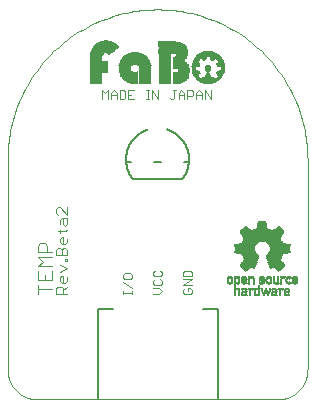
<source format=gto>
G75*
%MOIN*%
%OFA0B0*%
%FSLAX25Y25*%
%IPPOS*%
%LPD*%
%AMOC8*
5,1,8,0,0,1.08239X$1,22.5*
%
%ADD10C,0.00400*%
%ADD11C,0.00300*%
%ADD12C,0.00600*%
%ADD13C,0.00000*%
%ADD14C,0.00500*%
%ADD15R,0.00650X0.00050*%
%ADD16R,0.00950X0.00050*%
%ADD17R,0.00800X0.00050*%
%ADD18R,0.00550X0.00050*%
%ADD19R,0.00600X0.00050*%
%ADD20R,0.01750X0.00050*%
%ADD21R,0.01000X0.00050*%
%ADD22R,0.01200X0.00050*%
%ADD23R,0.01800X0.00050*%
%ADD24R,0.01350X0.00050*%
%ADD25R,0.01900X0.00050*%
%ADD26R,0.00700X0.00050*%
%ADD27R,0.01850X0.00050*%
%ADD28R,0.01500X0.00050*%
%ADD29R,0.01950X0.00050*%
%ADD30R,0.01650X0.00050*%
%ADD31R,0.00750X0.00050*%
%ADD32R,0.02000X0.00050*%
%ADD33R,0.02050X0.00050*%
%ADD34R,0.00850X0.00050*%
%ADD35R,0.02100X0.00050*%
%ADD36R,0.00900X0.00050*%
%ADD37R,0.00450X0.00050*%
%ADD38R,0.00300X0.00050*%
%ADD39R,0.00200X0.00050*%
%ADD40R,0.01050X0.00050*%
%ADD41R,0.00100X0.00050*%
%ADD42R,0.01100X0.00050*%
%ADD43R,0.01150X0.00050*%
%ADD44R,0.02200X0.00050*%
%ADD45R,0.01250X0.00050*%
%ADD46R,0.00150X0.00050*%
%ADD47R,0.00250X0.00050*%
%ADD48R,0.00500X0.00050*%
%ADD49R,0.01550X0.00050*%
%ADD50R,0.01600X0.00050*%
%ADD51R,0.01700X0.00050*%
%ADD52R,0.01400X0.00050*%
%ADD53R,0.01300X0.00050*%
%ADD54R,0.00400X0.00050*%
%ADD55R,0.01450X0.00050*%
%ADD56R,0.02150X0.00050*%
%ADD57R,0.00350X0.00050*%
%ADD58R,0.00050X0.00050*%
%ADD59R,0.02250X0.00050*%
%ADD60R,0.02400X0.00050*%
%ADD61R,0.02500X0.00050*%
%ADD62R,0.02650X0.00050*%
%ADD63R,0.02750X0.00050*%
%ADD64R,0.02900X0.00050*%
%ADD65R,0.03000X0.00050*%
%ADD66R,0.03150X0.00050*%
%ADD67R,0.03250X0.00050*%
%ADD68R,0.04600X0.00050*%
%ADD69R,0.04650X0.00050*%
%ADD70R,0.04750X0.00050*%
%ADD71R,0.04800X0.00050*%
%ADD72R,0.04900X0.00050*%
%ADD73R,0.04950X0.00050*%
%ADD74R,0.05000X0.00050*%
%ADD75R,0.05100X0.00050*%
%ADD76R,0.05150X0.00050*%
%ADD77R,0.05200X0.00050*%
%ADD78R,0.05250X0.00050*%
%ADD79R,0.05050X0.00050*%
%ADD80R,0.04850X0.00050*%
%ADD81R,0.05300X0.00050*%
%ADD82R,0.05350X0.00050*%
%ADD83R,0.05450X0.00050*%
%ADD84R,0.05500X0.00050*%
%ADD85R,0.05550X0.00050*%
%ADD86R,0.05650X0.00050*%
%ADD87R,0.05600X0.00050*%
%ADD88R,0.05400X0.00050*%
%ADD89R,0.05700X0.00050*%
%ADD90R,0.05900X0.00050*%
%ADD91R,0.06150X0.00050*%
%ADD92R,0.06350X0.00050*%
%ADD93R,0.06550X0.00050*%
%ADD94R,0.06850X0.00050*%
%ADD95R,0.07050X0.00050*%
%ADD96R,0.07100X0.00050*%
%ADD97R,0.07000X0.00050*%
%ADD98R,0.06950X0.00050*%
%ADD99R,0.06900X0.00050*%
%ADD100R,0.06800X0.00050*%
%ADD101R,0.06600X0.00050*%
%ADD102R,0.05750X0.00050*%
%ADD103R,0.06050X0.00050*%
%ADD104R,0.13050X0.00050*%
%ADD105R,0.12950X0.00050*%
%ADD106R,0.12850X0.00050*%
%ADD107R,0.12750X0.00050*%
%ADD108R,0.12650X0.00050*%
%ADD109R,0.12550X0.00050*%
%ADD110R,0.12450X0.00050*%
%ADD111R,0.12350X0.00050*%
%ADD112R,0.12250X0.00050*%
%ADD113R,0.12150X0.00050*%
%ADD114R,0.13150X0.00050*%
%ADD115R,0.13250X0.00050*%
%ADD116R,0.13350X0.00050*%
%ADD117R,0.13450X0.00050*%
%ADD118R,0.13550X0.00050*%
%ADD119R,0.13650X0.00050*%
%ADD120R,0.13750X0.00050*%
%ADD121R,0.13850X0.00050*%
%ADD122R,0.13950X0.00050*%
%ADD123R,0.14050X0.00050*%
%ADD124R,0.14150X0.00050*%
%ADD125R,0.14250X0.00050*%
%ADD126R,0.14350X0.00050*%
%ADD127R,0.14450X0.00050*%
%ADD128R,0.14550X0.00050*%
%ADD129R,0.14650X0.00050*%
%ADD130R,0.14750X0.00050*%
%ADD131R,0.14850X0.00050*%
%ADD132R,0.14950X0.00050*%
%ADD133R,0.03450X0.00050*%
%ADD134R,0.06750X0.00050*%
%ADD135R,0.03300X0.00050*%
%ADD136R,0.06450X0.00050*%
%ADD137R,0.03200X0.00050*%
%ADD138R,0.06250X0.00050*%
%ADD139R,0.03050X0.00050*%
%ADD140R,0.05950X0.00050*%
%ADD141R,0.02950X0.00050*%
%ADD142R,0.02850X0.00050*%
%ADD143R,0.02800X0.00050*%
%ADD144R,0.02700X0.00050*%
%ADD145R,0.02600X0.00050*%
%ADD146R,0.02450X0.00050*%
%ADD147R,0.02350X0.00050*%
%ADD148R,0.04550X0.00050*%
%ADD149R,0.04250X0.00050*%
%ADD150R,0.04050X0.00050*%
%ADD151R,0.03750X0.00050*%
%ADD152R,0.03650X0.00050*%
%ADD153R,0.03550X0.00050*%
%ADD154R,0.03350X0.00050*%
%ADD155R,0.01008X0.00048*%
%ADD156R,0.00672X0.00048*%
%ADD157R,0.01776X0.00048*%
%ADD158R,0.01584X0.00048*%
%ADD159R,0.02160X0.00048*%
%ADD160R,0.02208X0.00048*%
%ADD161R,0.02352X0.00048*%
%ADD162R,0.02592X0.00048*%
%ADD163R,0.04272X0.00048*%
%ADD164R,0.02544X0.00048*%
%ADD165R,0.03936X0.00048*%
%ADD166R,0.01008X0.00048*%
%ADD167R,0.02976X0.00048*%
%ADD168R,0.04320X0.00048*%
%ADD169R,0.02736X0.00048*%
%ADD170R,0.03984X0.00048*%
%ADD171R,0.04272X0.00048*%
%ADD172R,0.02016X0.00048*%
%ADD173R,0.03312X0.00048*%
%ADD174R,0.04320X0.00048*%
%ADD175R,0.02880X0.00048*%
%ADD176R,0.03984X0.00048*%
%ADD177R,0.03552X0.00048*%
%ADD178R,0.03024X0.00048*%
%ADD179R,0.02592X0.00048*%
%ADD180R,0.03840X0.00048*%
%ADD181R,0.03120X0.00048*%
%ADD182R,0.02832X0.00048*%
%ADD183R,0.04080X0.00048*%
%ADD184R,0.03216X0.00048*%
%ADD185R,0.02976X0.00048*%
%ADD186R,0.03360X0.00048*%
%ADD187R,0.04512X0.00048*%
%ADD188R,0.03456X0.00048*%
%ADD189R,0.03264X0.00048*%
%ADD190R,0.04752X0.00048*%
%ADD191R,0.04944X0.00048*%
%ADD192R,0.03648X0.00048*%
%ADD193R,0.03456X0.00048*%
%ADD194R,0.05136X0.00048*%
%ADD195R,0.03744X0.00048*%
%ADD196R,0.03552X0.00048*%
%ADD197R,0.05328X0.00048*%
%ADD198R,0.03792X0.00048*%
%ADD199R,0.05472X0.00048*%
%ADD200R,0.03888X0.00048*%
%ADD201R,0.05616X0.00048*%
%ADD202R,0.03840X0.00048*%
%ADD203R,0.05760X0.00048*%
%ADD204R,0.04032X0.00048*%
%ADD205R,0.05952X0.00048*%
%ADD206R,0.04128X0.00048*%
%ADD207R,0.06096X0.00048*%
%ADD208R,0.04176X0.00048*%
%ADD209R,0.06240X0.00048*%
%ADD210R,0.04224X0.00048*%
%ADD211R,0.06336X0.00048*%
%ADD212R,0.04176X0.00048*%
%ADD213R,0.06480X0.00048*%
%ADD214R,0.04368X0.00048*%
%ADD215R,0.04224X0.00048*%
%ADD216R,0.06624X0.00048*%
%ADD217R,0.04464X0.00048*%
%ADD218R,0.06720X0.00048*%
%ADD219R,0.04512X0.00048*%
%ADD220R,0.06864X0.00048*%
%ADD221R,0.04560X0.00048*%
%ADD222R,0.04416X0.00048*%
%ADD223R,0.07008X0.00048*%
%ADD224R,0.04608X0.00048*%
%ADD225R,0.04464X0.00048*%
%ADD226R,0.07104X0.00048*%
%ADD227R,0.04656X0.00048*%
%ADD228R,0.07200X0.00048*%
%ADD229R,0.04704X0.00048*%
%ADD230R,0.07296X0.00048*%
%ADD231R,0.07440X0.00048*%
%ADD232R,0.04800X0.00048*%
%ADD233R,0.07536X0.00048*%
%ADD234R,0.04848X0.00048*%
%ADD235R,0.04704X0.00048*%
%ADD236R,0.07632X0.00048*%
%ADD237R,0.04896X0.00048*%
%ADD238R,0.04752X0.00048*%
%ADD239R,0.07728X0.00048*%
%ADD240R,0.04944X0.00048*%
%ADD241R,0.04800X0.00048*%
%ADD242R,0.07824X0.00048*%
%ADD243R,0.04992X0.00048*%
%ADD244R,0.07920X0.00048*%
%ADD245R,0.05040X0.00048*%
%ADD246R,0.08016X0.00048*%
%ADD247R,0.05088X0.00048*%
%ADD248R,0.08064X0.00048*%
%ADD249R,0.01536X0.00048*%
%ADD250R,0.04704X0.00048*%
%ADD251R,0.05184X0.00048*%
%ADD252R,0.01536X0.00048*%
%ADD253R,0.04560X0.00048*%
%ADD254R,0.05232X0.00048*%
%ADD255R,0.05280X0.00048*%
%ADD256R,0.05280X0.00048*%
%ADD257R,0.01488X0.00048*%
%ADD258R,0.05088X0.00048*%
%ADD259R,0.01488X0.00048*%
%ADD260R,0.05376X0.00048*%
%ADD261R,0.03840X0.00048*%
%ADD262R,0.05424X0.00048*%
%ADD263R,0.05136X0.00048*%
%ADD264R,0.00576X0.00048*%
%ADD265R,0.02304X0.00048*%
%ADD266R,0.00624X0.00048*%
%ADD267R,0.05424X0.00048*%
%ADD268R,0.05184X0.00048*%
%ADD269R,0.00432X0.00048*%
%ADD270R,0.02208X0.00048*%
%ADD271R,0.01440X0.00048*%
%ADD272R,0.00288X0.00048*%
%ADD273R,0.02160X0.00048*%
%ADD274R,0.05520X0.00048*%
%ADD275R,0.05232X0.00048*%
%ADD276R,0.01440X0.00048*%
%ADD277R,0.00144X0.00048*%
%ADD278R,0.02112X0.00048*%
%ADD279R,0.00096X0.00048*%
%ADD280R,0.05568X0.00048*%
%ADD281R,0.02064X0.00048*%
%ADD282R,0.05568X0.00048*%
%ADD283R,0.01392X0.00048*%
%ADD284R,0.05616X0.00048*%
%ADD285R,0.05328X0.00048*%
%ADD286R,0.01392X0.00048*%
%ADD287R,0.02016X0.00048*%
%ADD288R,0.01968X0.00048*%
%ADD289R,0.01392X0.00048*%
%ADD290R,0.05664X0.00048*%
%ADD291R,0.01920X0.00048*%
%ADD292R,0.01344X0.00048*%
%ADD293R,0.05712X0.00048*%
%ADD294R,0.01872X0.00048*%
%ADD295R,0.05712X0.00048*%
%ADD296R,0.05376X0.00048*%
%ADD297R,0.01824X0.00048*%
%ADD298R,0.01824X0.00048*%
%ADD299R,0.05760X0.00048*%
%ADD300R,0.01776X0.00048*%
%ADD301R,0.05808X0.00048*%
%ADD302R,0.01584X0.00048*%
%ADD303R,0.01728X0.00048*%
%ADD304R,0.05808X0.00048*%
%ADD305R,0.05472X0.00048*%
%ADD306R,0.01632X0.00048*%
%ADD307R,0.01680X0.00048*%
%ADD308R,0.05856X0.00048*%
%ADD309R,0.01728X0.00048*%
%ADD310R,0.01632X0.00048*%
%ADD311R,0.01680X0.00048*%
%ADD312R,0.05856X0.00048*%
%ADD313R,0.01728X0.00048*%
%ADD314R,0.05904X0.00048*%
%ADD315R,0.05520X0.00048*%
%ADD316R,0.01920X0.00048*%
%ADD317R,0.01920X0.00048*%
%ADD318R,0.05952X0.00048*%
%ADD319R,0.01968X0.00048*%
%ADD320R,0.01440X0.00048*%
%ADD321R,0.06000X0.00048*%
%ADD322R,0.02064X0.00048*%
%ADD323R,0.06000X0.00048*%
%ADD324R,0.02112X0.00048*%
%ADD325R,0.01344X0.00048*%
%ADD326R,0.06048X0.00048*%
%ADD327R,0.01296X0.00048*%
%ADD328R,0.06048X0.00048*%
%ADD329R,0.02256X0.00048*%
%ADD330R,0.01248X0.00048*%
%ADD331R,0.02304X0.00048*%
%ADD332R,0.01200X0.00048*%
%ADD333R,0.01152X0.00048*%
%ADD334R,0.06096X0.00048*%
%ADD335R,0.02400X0.00048*%
%ADD336R,0.01152X0.00048*%
%ADD337R,0.02352X0.00048*%
%ADD338R,0.06144X0.00048*%
%ADD339R,0.02400X0.00048*%
%ADD340R,0.01104X0.00048*%
%ADD341R,0.06144X0.00048*%
%ADD342R,0.01056X0.00048*%
%ADD343R,0.06192X0.00048*%
%ADD344R,0.00960X0.00048*%
%ADD345R,0.06192X0.00048*%
%ADD346R,0.00912X0.00048*%
%ADD347R,0.00864X0.00048*%
%ADD348R,0.04896X0.00048*%
%ADD349R,0.04848X0.00048*%
%ADD350R,0.00864X0.00048*%
%ADD351R,0.00480X0.00048*%
%ADD352R,0.00816X0.00048*%
%ADD353R,0.04656X0.00048*%
%ADD354R,0.00336X0.00048*%
%ADD355R,0.04128X0.00048*%
%ADD356R,0.00768X0.00048*%
%ADD357R,0.00240X0.00048*%
%ADD358R,0.04032X0.00048*%
%ADD359R,0.00768X0.00048*%
%ADD360R,0.03936X0.00048*%
%ADD361R,0.00816X0.00048*%
%ADD362R,0.00048X0.00048*%
%ADD363R,0.03888X0.00048*%
%ADD364R,0.04416X0.00048*%
%ADD365R,0.02304X0.00048*%
%ADD366R,0.04368X0.00048*%
%ADD367R,0.03792X0.00048*%
%ADD368R,0.01440X0.00048*%
%ADD369R,0.01728X0.00048*%
%ADD370R,0.01296X0.00048*%
%ADD371R,0.01872X0.00048*%
%ADD372R,0.03744X0.00048*%
%ADD373R,0.04080X0.00048*%
%ADD374R,0.05520X0.00048*%
%ADD375R,0.04176X0.00048*%
%ADD376R,0.04176X0.00048*%
%ADD377R,0.02112X0.00048*%
%ADD378R,0.02448X0.00048*%
%ADD379R,0.02496X0.00048*%
%ADD380R,0.02496X0.00048*%
%ADD381R,0.02448X0.00048*%
%ADD382R,0.04320X0.00048*%
%ADD383R,0.02544X0.00048*%
%ADD384R,0.00528X0.00048*%
%ADD385R,0.05040X0.00048*%
%ADD386R,0.02640X0.00048*%
%ADD387R,0.04656X0.00048*%
%ADD388R,0.04992X0.00048*%
%ADD389R,0.02640X0.00048*%
%ADD390R,0.04992X0.00048*%
%ADD391R,0.10560X0.00048*%
%ADD392R,0.02688X0.00048*%
%ADD393R,0.10512X0.00048*%
%ADD394R,0.04848X0.00048*%
%ADD395R,0.10512X0.00048*%
%ADD396R,0.10464X0.00048*%
%ADD397R,0.10416X0.00048*%
%ADD398R,0.02448X0.00048*%
%ADD399R,0.10416X0.00048*%
%ADD400R,0.02448X0.00048*%
%ADD401R,0.10320X0.00048*%
%ADD402R,0.10320X0.00048*%
%ADD403R,0.02256X0.00048*%
%ADD404R,0.02256X0.00048*%
%ADD405R,0.10224X0.00048*%
%ADD406R,0.10224X0.00048*%
%ADD407R,0.10176X0.00048*%
%ADD408R,0.02112X0.00048*%
%ADD409R,0.10176X0.00048*%
%ADD410R,0.02064X0.00048*%
%ADD411R,0.10128X0.00048*%
%ADD412R,0.10080X0.00048*%
%ADD413R,0.01920X0.00048*%
%ADD414R,0.09984X0.00048*%
%ADD415R,0.03840X0.00048*%
%ADD416R,0.09984X0.00048*%
%ADD417R,0.01776X0.00048*%
%ADD418R,0.09888X0.00048*%
%ADD419R,0.03648X0.00048*%
%ADD420R,0.09888X0.00048*%
%ADD421R,0.09792X0.00048*%
%ADD422R,0.09792X0.00048*%
%ADD423R,0.03504X0.00048*%
%ADD424R,0.09744X0.00048*%
%ADD425R,0.03600X0.00048*%
%ADD426R,0.09696X0.00048*%
%ADD427R,0.00096X0.00048*%
%ADD428R,0.09648X0.00048*%
%ADD429R,0.03696X0.00048*%
%ADD430R,0.09600X0.00048*%
%ADD431R,0.00480X0.00048*%
%ADD432R,0.09552X0.00048*%
%ADD433R,0.00672X0.00048*%
%ADD434R,0.09456X0.00048*%
%ADD435R,0.09456X0.00048*%
%ADD436R,0.01056X0.00048*%
%ADD437R,0.09360X0.00048*%
%ADD438R,0.01200X0.00048*%
%ADD439R,0.09264X0.00048*%
%ADD440R,0.01248X0.00048*%
%ADD441R,0.09264X0.00048*%
%ADD442R,0.09168X0.00048*%
%ADD443R,0.01392X0.00048*%
%ADD444R,0.09120X0.00048*%
%ADD445R,0.09072X0.00048*%
%ADD446R,0.01584X0.00048*%
%ADD447R,0.08976X0.00048*%
%ADD448R,0.08928X0.00048*%
%ADD449R,0.08832X0.00048*%
%ADD450R,0.08784X0.00048*%
%ADD451R,0.08736X0.00048*%
%ADD452R,0.03792X0.00048*%
%ADD453R,0.08640X0.00048*%
%ADD454R,0.08544X0.00048*%
%ADD455R,0.08448X0.00048*%
%ADD456R,0.08400X0.00048*%
%ADD457R,0.03696X0.00048*%
%ADD458R,0.08304X0.00048*%
%ADD459R,0.08208X0.00048*%
%ADD460R,0.08112X0.00048*%
%ADD461R,0.03648X0.00048*%
%ADD462R,0.03984X0.00048*%
%ADD463R,0.07968X0.00048*%
%ADD464R,0.03600X0.00048*%
%ADD465R,0.07824X0.00048*%
%ADD466R,0.07728X0.00048*%
%ADD467R,0.03504X0.00048*%
%ADD468R,0.07632X0.00048*%
%ADD469R,0.07536X0.00048*%
%ADD470R,0.03648X0.00048*%
%ADD471R,0.08064X0.00048*%
%ADD472R,0.07440X0.00048*%
%ADD473R,0.08016X0.00048*%
%ADD474R,0.07344X0.00048*%
%ADD475R,0.07920X0.00048*%
%ADD476R,0.07248X0.00048*%
%ADD477R,0.07152X0.00048*%
%ADD478R,0.06960X0.00048*%
%ADD479R,0.06864X0.00048*%
%ADD480R,0.06720X0.00048*%
%ADD481R,0.06576X0.00048*%
%ADD482R,0.06480X0.00048*%
%ADD483R,0.07200X0.00048*%
%ADD484R,0.07104X0.00048*%
%ADD485R,0.04320X0.00048*%
%ADD486R,0.06192X0.00048*%
%ADD487R,0.07008X0.00048*%
%ADD488R,0.00192X0.00048*%
%ADD489R,0.06048X0.00048*%
%ADD490R,0.00384X0.00048*%
%ADD491R,0.05712X0.00048*%
%ADD492R,0.06336X0.00048*%
%ADD493R,0.06240X0.00048*%
%ADD494R,0.04128X0.00048*%
%ADD495R,0.03984X0.00048*%
%ADD496R,0.04512X0.00048*%
%ADD497R,0.09744X0.00048*%
%ADD498R,0.02976X0.00048*%
%ADD499R,0.07248X0.00048*%
%ADD500R,0.07344X0.00048*%
%ADD501R,0.07488X0.00048*%
%ADD502R,0.07488X0.00048*%
%ADD503R,0.07584X0.00048*%
%ADD504R,0.07680X0.00048*%
%ADD505R,0.00624X0.00048*%
%ADD506R,0.07872X0.00048*%
%ADD507R,0.09696X0.00048*%
%ADD508R,0.07920X0.00048*%
%ADD509R,0.07968X0.00048*%
%ADD510R,0.08064X0.00048*%
%ADD511R,0.08160X0.00048*%
%ADD512R,0.08160X0.00048*%
%ADD513R,0.09648X0.00048*%
%ADD514R,0.08208X0.00048*%
%ADD515R,0.08256X0.00048*%
%ADD516R,0.08304X0.00048*%
%ADD517R,0.09600X0.00048*%
%ADD518R,0.08352X0.00048*%
%ADD519R,0.08400X0.00048*%
%ADD520R,0.08448X0.00048*%
%ADD521R,0.09552X0.00048*%
%ADD522R,0.08448X0.00048*%
%ADD523R,0.08496X0.00048*%
%ADD524R,0.09504X0.00048*%
%ADD525R,0.08592X0.00048*%
%ADD526R,0.09504X0.00048*%
%ADD527R,0.08640X0.00048*%
%ADD528R,0.08688X0.00048*%
%ADD529R,0.09408X0.00048*%
%ADD530R,0.08688X0.00048*%
%ADD531R,0.08592X0.00048*%
%ADD532R,0.08544X0.00048*%
%ADD533R,0.09360X0.00048*%
%ADD534R,0.08448X0.00048*%
%ADD535R,0.09312X0.00048*%
%ADD536R,0.08352X0.00048*%
%ADD537R,0.09312X0.00048*%
%ADD538R,0.08256X0.00048*%
%ADD539R,0.08256X0.00048*%
%ADD540R,0.09216X0.00048*%
%ADD541R,0.09168X0.00048*%
%ADD542R,0.07776X0.00048*%
%ADD543R,0.09024X0.00048*%
%ADD544R,0.07680X0.00048*%
%ADD545R,0.09024X0.00048*%
%ADD546R,0.07584X0.00048*%
%ADD547R,0.07392X0.00048*%
%ADD548R,0.08880X0.00048*%
%ADD549R,0.07296X0.00048*%
%ADD550R,0.08832X0.00048*%
%ADD551R,0.08784X0.00048*%
%ADD552R,0.07104X0.00048*%
%ADD553R,0.06912X0.00048*%
%ADD554R,0.06768X0.00048*%
%ADD555R,0.06624X0.00048*%
%ADD556R,0.06528X0.00048*%
%ADD557R,0.06384X0.00048*%
%ADD558R,0.06240X0.00048*%
%ADD559R,0.05856X0.00048*%
%ADD560R,0.05184X0.00048*%
%ADD561R,0.06912X0.00048*%
%ADD562R,0.06288X0.00048*%
%ADD563R,0.03456X0.00048*%
%ADD564R,0.03120X0.00048*%
%ADD565R,0.02784X0.00048*%
D10*
X0016996Y0059206D02*
X0016996Y0062275D01*
X0016996Y0060741D02*
X0021600Y0060741D01*
X0021600Y0063810D02*
X0021600Y0066879D01*
X0021600Y0068414D02*
X0016996Y0068414D01*
X0018531Y0069948D01*
X0016996Y0071483D01*
X0021600Y0071483D01*
X0021600Y0073018D02*
X0016996Y0073018D01*
X0016996Y0075320D01*
X0017763Y0076087D01*
X0019298Y0076087D01*
X0020065Y0075320D01*
X0020065Y0073018D01*
X0016996Y0066879D02*
X0016996Y0063810D01*
X0021600Y0063810D01*
X0019298Y0063810D02*
X0019298Y0065344D01*
D11*
X0023564Y0061625D02*
X0022947Y0061007D01*
X0022947Y0059156D01*
X0026650Y0059156D01*
X0025416Y0059156D02*
X0025416Y0061007D01*
X0024798Y0061625D01*
X0023564Y0061625D01*
X0024798Y0062839D02*
X0024181Y0063456D01*
X0024181Y0064691D01*
X0024798Y0065308D01*
X0025416Y0065308D01*
X0025416Y0062839D01*
X0026033Y0062839D02*
X0024798Y0062839D01*
X0026033Y0062839D02*
X0026650Y0063456D01*
X0026650Y0064691D01*
X0026650Y0067757D02*
X0024181Y0068991D01*
X0026033Y0070205D02*
X0026033Y0070823D01*
X0026650Y0070823D01*
X0026650Y0070205D01*
X0026033Y0070205D01*
X0026650Y0072047D02*
X0026650Y0073898D01*
X0026033Y0074516D01*
X0025416Y0074516D01*
X0024798Y0073898D01*
X0024798Y0072047D01*
X0022947Y0072047D02*
X0022947Y0073898D01*
X0023564Y0074516D01*
X0024181Y0074516D01*
X0024798Y0073898D01*
X0022947Y0072047D02*
X0026650Y0072047D01*
X0026650Y0067757D02*
X0024181Y0066522D01*
X0026650Y0061625D02*
X0025416Y0060390D01*
X0025416Y0075730D02*
X0025416Y0078199D01*
X0024798Y0078199D01*
X0024181Y0077582D01*
X0024181Y0076347D01*
X0024798Y0075730D01*
X0026033Y0075730D01*
X0026650Y0076347D01*
X0026650Y0077582D01*
X0026033Y0080030D02*
X0026650Y0080648D01*
X0026033Y0080030D02*
X0023564Y0080030D01*
X0024181Y0079413D02*
X0024181Y0080648D01*
X0024181Y0082486D02*
X0024181Y0083720D01*
X0024798Y0084337D01*
X0026650Y0084337D01*
X0026650Y0082486D01*
X0026033Y0081869D01*
X0025416Y0082486D01*
X0025416Y0084337D01*
X0026650Y0085552D02*
X0024181Y0088021D01*
X0023564Y0088021D01*
X0022947Y0087403D01*
X0022947Y0086169D01*
X0023564Y0085552D01*
X0026650Y0085552D02*
X0026650Y0088021D01*
X0045831Y0066002D02*
X0045348Y0065518D01*
X0045348Y0064551D01*
X0045831Y0064067D01*
X0047766Y0064067D01*
X0048250Y0064551D01*
X0048250Y0065518D01*
X0047766Y0066002D01*
X0045831Y0066002D01*
X0045348Y0063055D02*
X0048250Y0061120D01*
X0048250Y0060123D02*
X0048250Y0059156D01*
X0048250Y0059640D02*
X0045348Y0059640D01*
X0045348Y0060123D02*
X0045348Y0059156D01*
X0055348Y0059156D02*
X0057283Y0059156D01*
X0058250Y0060123D01*
X0057283Y0061091D01*
X0055348Y0061091D01*
X0055831Y0062102D02*
X0055348Y0062586D01*
X0055348Y0063554D01*
X0055831Y0064037D01*
X0055831Y0065049D02*
X0055348Y0065533D01*
X0055348Y0066500D01*
X0055831Y0066984D01*
X0055831Y0065049D02*
X0057766Y0065049D01*
X0058250Y0065533D01*
X0058250Y0066500D01*
X0057766Y0066984D01*
X0057766Y0064037D02*
X0058250Y0063554D01*
X0058250Y0062586D01*
X0057766Y0062102D01*
X0055831Y0062102D01*
X0065348Y0062102D02*
X0068250Y0064037D01*
X0065348Y0064037D01*
X0065348Y0065049D02*
X0065348Y0066500D01*
X0065831Y0066984D01*
X0067766Y0066984D01*
X0068250Y0066500D01*
X0068250Y0065049D01*
X0065348Y0065049D01*
X0065348Y0062102D02*
X0068250Y0062102D01*
X0067766Y0061091D02*
X0066799Y0061091D01*
X0066799Y0060123D01*
X0067766Y0059156D02*
X0065831Y0059156D01*
X0065348Y0059640D01*
X0065348Y0060607D01*
X0065831Y0061091D01*
X0067766Y0061091D02*
X0068250Y0060607D01*
X0068250Y0059640D01*
X0067766Y0059156D01*
X0066772Y0124156D02*
X0066772Y0127058D01*
X0068223Y0127058D01*
X0068707Y0126575D01*
X0068707Y0125607D01*
X0068223Y0125123D01*
X0066772Y0125123D01*
X0065760Y0125607D02*
X0063825Y0125607D01*
X0063825Y0126091D02*
X0064793Y0127058D01*
X0065760Y0126091D01*
X0065760Y0124156D01*
X0063825Y0124156D02*
X0063825Y0126091D01*
X0062814Y0127058D02*
X0061846Y0127058D01*
X0062330Y0127058D02*
X0062330Y0124640D01*
X0061846Y0124156D01*
X0061362Y0124156D01*
X0060879Y0124640D01*
X0056921Y0124156D02*
X0056921Y0127058D01*
X0054986Y0127058D02*
X0054986Y0124156D01*
X0053989Y0124156D02*
X0053021Y0124156D01*
X0053505Y0124156D02*
X0053505Y0127058D01*
X0053021Y0127058D02*
X0053989Y0127058D01*
X0054986Y0127058D02*
X0056921Y0124156D01*
X0049063Y0124156D02*
X0047128Y0124156D01*
X0047128Y0127058D01*
X0049063Y0127058D01*
X0048096Y0125607D02*
X0047128Y0125607D01*
X0046117Y0124640D02*
X0046117Y0126575D01*
X0045633Y0127058D01*
X0044182Y0127058D01*
X0044182Y0124156D01*
X0045633Y0124156D01*
X0046117Y0124640D01*
X0043170Y0124156D02*
X0043170Y0126091D01*
X0042203Y0127058D01*
X0041235Y0126091D01*
X0041235Y0124156D01*
X0040224Y0124156D02*
X0040224Y0127058D01*
X0039256Y0126091D01*
X0038289Y0127058D01*
X0038289Y0124156D01*
X0041235Y0125607D02*
X0043170Y0125607D01*
X0069718Y0125607D02*
X0071653Y0125607D01*
X0071653Y0126091D02*
X0071653Y0124156D01*
X0072665Y0124156D02*
X0072665Y0127058D01*
X0074600Y0124156D01*
X0074600Y0127058D01*
X0071653Y0126091D02*
X0070686Y0127058D01*
X0069718Y0126091D01*
X0069718Y0124156D01*
D12*
X0067253Y0103006D02*
X0065674Y0103006D01*
X0065048Y0097506D02*
X0048552Y0097506D01*
X0047926Y0103006D02*
X0046347Y0103006D01*
X0055674Y0103006D02*
X0057926Y0103006D01*
X0065048Y0097506D02*
X0065203Y0097708D01*
X0065353Y0097913D01*
X0065499Y0098122D01*
X0065639Y0098335D01*
X0065773Y0098550D01*
X0065903Y0098770D01*
X0066027Y0098992D01*
X0066146Y0099217D01*
X0066259Y0099445D01*
X0066367Y0099675D01*
X0066469Y0099908D01*
X0066566Y0100144D01*
X0066657Y0100381D01*
X0066742Y0100621D01*
X0066821Y0100863D01*
X0066894Y0101107D01*
X0066961Y0101352D01*
X0067022Y0101599D01*
X0067078Y0101848D01*
X0067127Y0102097D01*
X0067170Y0102348D01*
X0067207Y0102600D01*
X0067238Y0102853D01*
X0067263Y0103106D01*
X0067282Y0103360D01*
X0067295Y0103614D01*
X0067301Y0103868D01*
X0067301Y0104123D01*
X0067295Y0104377D01*
X0067283Y0104631D01*
X0067265Y0104885D01*
X0067241Y0105139D01*
X0067210Y0105391D01*
X0067174Y0105643D01*
X0067131Y0105894D01*
X0067082Y0106144D01*
X0067027Y0106392D01*
X0066966Y0106639D01*
X0066900Y0106885D01*
X0066827Y0107129D01*
X0066748Y0107371D01*
X0066664Y0107611D01*
X0066574Y0107849D01*
X0066478Y0108084D01*
X0066376Y0108318D01*
X0066269Y0108549D01*
X0066156Y0108777D01*
X0066037Y0109002D01*
X0065914Y0109224D01*
X0065784Y0109444D01*
X0065650Y0109660D01*
X0065510Y0109872D01*
X0065366Y0110082D01*
X0065216Y0110287D01*
X0065061Y0110490D01*
X0064902Y0110688D01*
X0064737Y0110882D01*
X0064568Y0111072D01*
X0064395Y0111259D01*
X0064217Y0111440D01*
X0064034Y0111618D01*
X0063848Y0111791D01*
X0063657Y0111960D01*
X0063462Y0112123D01*
X0063264Y0112282D01*
X0063061Y0112437D01*
X0062855Y0112586D01*
X0062645Y0112730D01*
X0062432Y0112869D01*
X0062216Y0113003D01*
X0061996Y0113131D01*
X0061773Y0113255D01*
X0061548Y0113372D01*
X0061319Y0113485D01*
X0061088Y0113591D01*
X0060855Y0113692D01*
X0060619Y0113788D01*
X0060381Y0113877D01*
X0060140Y0113961D01*
X0059898Y0114039D01*
X0053702Y0114039D02*
X0053460Y0113961D01*
X0053219Y0113877D01*
X0052981Y0113788D01*
X0052745Y0113692D01*
X0052512Y0113591D01*
X0052281Y0113485D01*
X0052052Y0113372D01*
X0051827Y0113255D01*
X0051604Y0113131D01*
X0051384Y0113003D01*
X0051168Y0112869D01*
X0050955Y0112730D01*
X0050745Y0112586D01*
X0050539Y0112437D01*
X0050336Y0112282D01*
X0050138Y0112123D01*
X0049943Y0111960D01*
X0049752Y0111791D01*
X0049566Y0111618D01*
X0049383Y0111440D01*
X0049205Y0111259D01*
X0049032Y0111072D01*
X0048863Y0110882D01*
X0048698Y0110688D01*
X0048539Y0110490D01*
X0048384Y0110287D01*
X0048234Y0110082D01*
X0048090Y0109872D01*
X0047950Y0109660D01*
X0047816Y0109444D01*
X0047686Y0109224D01*
X0047563Y0109002D01*
X0047444Y0108777D01*
X0047331Y0108549D01*
X0047224Y0108318D01*
X0047122Y0108084D01*
X0047026Y0107849D01*
X0046936Y0107611D01*
X0046852Y0107371D01*
X0046773Y0107129D01*
X0046700Y0106885D01*
X0046634Y0106639D01*
X0046573Y0106392D01*
X0046518Y0106144D01*
X0046469Y0105894D01*
X0046426Y0105643D01*
X0046390Y0105391D01*
X0046359Y0105139D01*
X0046335Y0104885D01*
X0046317Y0104631D01*
X0046305Y0104377D01*
X0046299Y0104123D01*
X0046299Y0103868D01*
X0046305Y0103614D01*
X0046318Y0103360D01*
X0046337Y0103106D01*
X0046362Y0102853D01*
X0046393Y0102600D01*
X0046430Y0102348D01*
X0046473Y0102097D01*
X0046522Y0101848D01*
X0046578Y0101599D01*
X0046639Y0101352D01*
X0046706Y0101107D01*
X0046779Y0100863D01*
X0046858Y0100621D01*
X0046943Y0100381D01*
X0047034Y0100144D01*
X0047131Y0099908D01*
X0047233Y0099675D01*
X0047341Y0099445D01*
X0047454Y0099217D01*
X0047573Y0098992D01*
X0047697Y0098770D01*
X0047827Y0098550D01*
X0047961Y0098335D01*
X0048101Y0098122D01*
X0048247Y0097913D01*
X0048397Y0097708D01*
X0048552Y0097506D01*
D13*
X0016800Y0024006D02*
X0096800Y0024006D01*
X0097042Y0024009D01*
X0097283Y0024018D01*
X0097524Y0024032D01*
X0097765Y0024053D01*
X0098005Y0024079D01*
X0098245Y0024111D01*
X0098484Y0024149D01*
X0098721Y0024192D01*
X0098958Y0024242D01*
X0099193Y0024297D01*
X0099427Y0024357D01*
X0099659Y0024424D01*
X0099890Y0024495D01*
X0100119Y0024573D01*
X0100346Y0024656D01*
X0100571Y0024744D01*
X0100794Y0024838D01*
X0101014Y0024937D01*
X0101232Y0025042D01*
X0101447Y0025151D01*
X0101660Y0025266D01*
X0101870Y0025386D01*
X0102076Y0025511D01*
X0102280Y0025641D01*
X0102481Y0025776D01*
X0102678Y0025916D01*
X0102872Y0026060D01*
X0103062Y0026209D01*
X0103248Y0026363D01*
X0103431Y0026521D01*
X0103610Y0026683D01*
X0103785Y0026850D01*
X0103956Y0027021D01*
X0104123Y0027196D01*
X0104285Y0027375D01*
X0104443Y0027558D01*
X0104597Y0027744D01*
X0104746Y0027934D01*
X0104890Y0028128D01*
X0105030Y0028325D01*
X0105165Y0028526D01*
X0105295Y0028730D01*
X0105420Y0028936D01*
X0105540Y0029146D01*
X0105655Y0029359D01*
X0105764Y0029574D01*
X0105869Y0029792D01*
X0105968Y0030012D01*
X0106062Y0030235D01*
X0106150Y0030460D01*
X0106233Y0030687D01*
X0106311Y0030916D01*
X0106382Y0031147D01*
X0106449Y0031379D01*
X0106509Y0031613D01*
X0106564Y0031848D01*
X0106614Y0032085D01*
X0106657Y0032322D01*
X0106695Y0032561D01*
X0106727Y0032801D01*
X0106753Y0033041D01*
X0106774Y0033282D01*
X0106788Y0033523D01*
X0106797Y0033764D01*
X0106800Y0034006D01*
X0106800Y0104006D01*
X0106785Y0105224D01*
X0106741Y0106440D01*
X0106667Y0107656D01*
X0106563Y0108869D01*
X0106430Y0110079D01*
X0106267Y0111286D01*
X0106075Y0112488D01*
X0105854Y0113686D01*
X0105604Y0114878D01*
X0105325Y0116063D01*
X0105017Y0117241D01*
X0104680Y0118411D01*
X0104315Y0119573D01*
X0103922Y0120725D01*
X0103501Y0121868D01*
X0103052Y0122999D01*
X0102576Y0124120D01*
X0102072Y0125229D01*
X0101542Y0126325D01*
X0100985Y0127408D01*
X0100402Y0128477D01*
X0099794Y0129531D01*
X0099159Y0130571D01*
X0098500Y0131594D01*
X0097816Y0132602D01*
X0097107Y0133592D01*
X0096375Y0134565D01*
X0095619Y0135519D01*
X0094840Y0136455D01*
X0094039Y0137372D01*
X0093215Y0138269D01*
X0092370Y0139145D01*
X0091504Y0140001D01*
X0090617Y0140836D01*
X0089710Y0141648D01*
X0088784Y0142438D01*
X0087838Y0143206D01*
X0086875Y0143950D01*
X0085893Y0144670D01*
X0084894Y0145367D01*
X0083879Y0146039D01*
X0082847Y0146686D01*
X0081800Y0147307D01*
X0080738Y0147903D01*
X0079662Y0148473D01*
X0078573Y0149017D01*
X0077470Y0149533D01*
X0076355Y0150023D01*
X0075229Y0150486D01*
X0074092Y0150921D01*
X0072944Y0151328D01*
X0071787Y0151707D01*
X0070621Y0152058D01*
X0069447Y0152380D01*
X0068265Y0152674D01*
X0067076Y0152939D01*
X0065882Y0153174D01*
X0064682Y0153381D01*
X0063477Y0153558D01*
X0062269Y0153706D01*
X0061057Y0153824D01*
X0059842Y0153913D01*
X0058626Y0153973D01*
X0057409Y0154002D01*
X0056191Y0154002D01*
X0054974Y0153973D01*
X0053758Y0153913D01*
X0052543Y0153824D01*
X0051331Y0153706D01*
X0050123Y0153558D01*
X0048918Y0153381D01*
X0047718Y0153174D01*
X0046524Y0152939D01*
X0045335Y0152674D01*
X0044153Y0152380D01*
X0042979Y0152058D01*
X0041813Y0151707D01*
X0040656Y0151328D01*
X0039508Y0150921D01*
X0038371Y0150486D01*
X0037245Y0150023D01*
X0036130Y0149533D01*
X0035027Y0149017D01*
X0033938Y0148473D01*
X0032862Y0147903D01*
X0031800Y0147307D01*
X0030753Y0146686D01*
X0029721Y0146039D01*
X0028706Y0145367D01*
X0027707Y0144670D01*
X0026725Y0143950D01*
X0025762Y0143206D01*
X0024816Y0142438D01*
X0023890Y0141648D01*
X0022983Y0140836D01*
X0022096Y0140001D01*
X0021230Y0139145D01*
X0020385Y0138269D01*
X0019561Y0137372D01*
X0018760Y0136455D01*
X0017981Y0135519D01*
X0017225Y0134565D01*
X0016493Y0133592D01*
X0015784Y0132602D01*
X0015100Y0131594D01*
X0014441Y0130571D01*
X0013806Y0129531D01*
X0013198Y0128477D01*
X0012615Y0127408D01*
X0012058Y0126325D01*
X0011528Y0125229D01*
X0011024Y0124120D01*
X0010548Y0122999D01*
X0010099Y0121868D01*
X0009678Y0120725D01*
X0009285Y0119573D01*
X0008920Y0118411D01*
X0008583Y0117241D01*
X0008275Y0116063D01*
X0007996Y0114878D01*
X0007746Y0113686D01*
X0007525Y0112488D01*
X0007333Y0111286D01*
X0007170Y0110079D01*
X0007037Y0108869D01*
X0006933Y0107656D01*
X0006859Y0106440D01*
X0006815Y0105224D01*
X0006800Y0104006D01*
X0006800Y0034006D01*
X0006803Y0033764D01*
X0006812Y0033523D01*
X0006826Y0033282D01*
X0006847Y0033041D01*
X0006873Y0032801D01*
X0006905Y0032561D01*
X0006943Y0032322D01*
X0006986Y0032085D01*
X0007036Y0031848D01*
X0007091Y0031613D01*
X0007151Y0031379D01*
X0007218Y0031147D01*
X0007289Y0030916D01*
X0007367Y0030687D01*
X0007450Y0030460D01*
X0007538Y0030235D01*
X0007632Y0030012D01*
X0007731Y0029792D01*
X0007836Y0029574D01*
X0007945Y0029359D01*
X0008060Y0029146D01*
X0008180Y0028936D01*
X0008305Y0028730D01*
X0008435Y0028526D01*
X0008570Y0028325D01*
X0008710Y0028128D01*
X0008854Y0027934D01*
X0009003Y0027744D01*
X0009157Y0027558D01*
X0009315Y0027375D01*
X0009477Y0027196D01*
X0009644Y0027021D01*
X0009815Y0026850D01*
X0009990Y0026683D01*
X0010169Y0026521D01*
X0010352Y0026363D01*
X0010538Y0026209D01*
X0010728Y0026060D01*
X0010922Y0025916D01*
X0011119Y0025776D01*
X0011320Y0025641D01*
X0011524Y0025511D01*
X0011730Y0025386D01*
X0011940Y0025266D01*
X0012153Y0025151D01*
X0012368Y0025042D01*
X0012586Y0024937D01*
X0012806Y0024838D01*
X0013029Y0024744D01*
X0013254Y0024656D01*
X0013481Y0024573D01*
X0013710Y0024495D01*
X0013941Y0024424D01*
X0014173Y0024357D01*
X0014407Y0024297D01*
X0014642Y0024242D01*
X0014879Y0024192D01*
X0015116Y0024149D01*
X0015355Y0024111D01*
X0015595Y0024079D01*
X0015835Y0024053D01*
X0016076Y0024032D01*
X0016317Y0024018D01*
X0016558Y0024009D01*
X0016800Y0024006D01*
D14*
X0036800Y0024006D02*
X0036800Y0054006D01*
X0041800Y0054006D01*
X0071800Y0054006D02*
X0076800Y0054006D01*
X0076800Y0024006D01*
D15*
X0082625Y0058381D03*
X0082625Y0058431D03*
X0082625Y0058481D03*
X0082625Y0058531D03*
X0082625Y0058581D03*
X0082625Y0058631D03*
X0082625Y0058681D03*
X0082625Y0058731D03*
X0082625Y0058781D03*
X0082625Y0058831D03*
X0082625Y0058881D03*
X0082625Y0058931D03*
X0082625Y0058981D03*
X0082625Y0059031D03*
X0082625Y0059081D03*
X0082625Y0059131D03*
X0082625Y0059181D03*
X0082625Y0059231D03*
X0082625Y0059281D03*
X0082625Y0059331D03*
X0082625Y0059381D03*
X0082625Y0059431D03*
X0082625Y0059481D03*
X0082625Y0059531D03*
X0082625Y0059581D03*
X0082625Y0059631D03*
X0082625Y0059681D03*
X0082625Y0059731D03*
X0082625Y0059781D03*
X0082625Y0059831D03*
X0082625Y0059881D03*
X0082625Y0059931D03*
X0082625Y0059981D03*
X0082625Y0060031D03*
X0082625Y0060831D03*
X0082625Y0060881D03*
X0082625Y0060931D03*
X0082625Y0060981D03*
X0082625Y0061031D03*
X0082625Y0061081D03*
X0082625Y0061131D03*
X0082625Y0061181D03*
X0082625Y0061231D03*
X0082625Y0061281D03*
X0082625Y0061331D03*
X0082625Y0061381D03*
X0082625Y0061431D03*
X0082625Y0061481D03*
X0082625Y0061531D03*
X0082625Y0061581D03*
X0082625Y0061631D03*
X0082625Y0061681D03*
X0082625Y0061731D03*
X0082625Y0061781D03*
X0082625Y0061831D03*
X0082625Y0061881D03*
X0082625Y0061931D03*
X0082625Y0061981D03*
X0082625Y0062031D03*
X0082625Y0062081D03*
X0082625Y0062131D03*
X0082625Y0062181D03*
X0082625Y0062231D03*
X0082625Y0062281D03*
X0082625Y0062331D03*
X0082625Y0063181D03*
X0082625Y0063231D03*
X0082625Y0063281D03*
X0082625Y0063331D03*
X0082625Y0063381D03*
X0082625Y0063431D03*
X0082625Y0063481D03*
X0082625Y0063531D03*
X0082625Y0063581D03*
X0082625Y0063631D03*
X0082625Y0063681D03*
X0082625Y0063731D03*
X0082625Y0063781D03*
X0082625Y0063831D03*
X0082625Y0063881D03*
X0082625Y0064731D03*
X0082625Y0064781D03*
X0081625Y0064031D03*
X0081675Y0063931D03*
X0081675Y0063881D03*
X0081675Y0063831D03*
X0081675Y0063781D03*
X0081675Y0063731D03*
X0081675Y0063681D03*
X0081675Y0063631D03*
X0081675Y0063581D03*
X0081675Y0063531D03*
X0081675Y0063481D03*
X0081675Y0063431D03*
X0081675Y0063381D03*
X0081675Y0063331D03*
X0081675Y0063281D03*
X0081675Y0063231D03*
X0081675Y0063181D03*
X0081675Y0063131D03*
X0081625Y0063031D03*
X0080225Y0063031D03*
X0080225Y0064031D03*
X0084075Y0063931D03*
X0084075Y0063881D03*
X0084075Y0063831D03*
X0084075Y0063781D03*
X0084075Y0063731D03*
X0084075Y0063681D03*
X0084075Y0063631D03*
X0084075Y0063581D03*
X0084075Y0063481D03*
X0084075Y0063431D03*
X0084075Y0063381D03*
X0084075Y0063331D03*
X0084075Y0063281D03*
X0084075Y0063231D03*
X0084075Y0063181D03*
X0084075Y0063131D03*
X0084975Y0063131D03*
X0084975Y0063181D03*
X0084975Y0063081D03*
X0084975Y0063031D03*
X0085025Y0062981D03*
X0084975Y0063831D03*
X0084975Y0063931D03*
X0084975Y0063981D03*
X0085025Y0064081D03*
X0086275Y0062831D03*
X0086475Y0063881D03*
X0086425Y0063931D03*
X0086425Y0063981D03*
X0086425Y0064031D03*
X0087425Y0063981D03*
X0087425Y0063931D03*
X0087425Y0063881D03*
X0088875Y0063881D03*
X0088875Y0063931D03*
X0088875Y0063831D03*
X0088875Y0063781D03*
X0088875Y0063731D03*
X0088875Y0063681D03*
X0088875Y0063631D03*
X0088875Y0063581D03*
X0088875Y0063531D03*
X0088875Y0063481D03*
X0088875Y0063431D03*
X0088875Y0063381D03*
X0088875Y0063331D03*
X0088875Y0063281D03*
X0088875Y0063231D03*
X0088875Y0063181D03*
X0088875Y0063131D03*
X0088875Y0063081D03*
X0088875Y0063031D03*
X0088875Y0062981D03*
X0088875Y0062931D03*
X0088875Y0062881D03*
X0088875Y0062831D03*
X0088875Y0062781D03*
X0088875Y0062731D03*
X0088875Y0062681D03*
X0088875Y0062631D03*
X0088875Y0062581D03*
X0088875Y0062531D03*
X0088875Y0062481D03*
X0088875Y0062431D03*
X0088875Y0062381D03*
X0088875Y0062331D03*
X0088875Y0062281D03*
X0088875Y0062231D03*
X0090625Y0061881D03*
X0090625Y0061831D03*
X0090625Y0061781D03*
X0090625Y0061731D03*
X0090625Y0061681D03*
X0090625Y0061631D03*
X0090625Y0061581D03*
X0090625Y0061531D03*
X0090625Y0061481D03*
X0090625Y0061431D03*
X0090625Y0061381D03*
X0090625Y0061331D03*
X0090625Y0061281D03*
X0090625Y0061231D03*
X0090625Y0061181D03*
X0090625Y0061131D03*
X0090625Y0061081D03*
X0090625Y0061031D03*
X0090625Y0060981D03*
X0090625Y0060931D03*
X0090625Y0060881D03*
X0090625Y0060831D03*
X0091425Y0060831D03*
X0091425Y0060881D03*
X0091475Y0060731D03*
X0091475Y0060681D03*
X0091475Y0060631D03*
X0091525Y0060531D03*
X0091525Y0060481D03*
X0091525Y0060431D03*
X0091575Y0060381D03*
X0091575Y0060331D03*
X0091575Y0060281D03*
X0091625Y0060231D03*
X0091625Y0060181D03*
X0091625Y0060131D03*
X0091675Y0060031D03*
X0091675Y0059981D03*
X0091725Y0059831D03*
X0091775Y0059681D03*
X0090625Y0059681D03*
X0090625Y0059731D03*
X0090625Y0059781D03*
X0090625Y0059831D03*
X0090625Y0059881D03*
X0090625Y0059931D03*
X0090625Y0059981D03*
X0090625Y0060031D03*
X0090625Y0059631D03*
X0090625Y0059581D03*
X0090625Y0059531D03*
X0090625Y0059481D03*
X0090625Y0059431D03*
X0090625Y0059381D03*
X0090625Y0059331D03*
X0090625Y0059281D03*
X0090625Y0059231D03*
X0090625Y0058431D03*
X0090625Y0058381D03*
X0089175Y0059231D03*
X0089175Y0059281D03*
X0089175Y0059331D03*
X0089175Y0059381D03*
X0089175Y0059431D03*
X0089175Y0059481D03*
X0089175Y0059531D03*
X0089175Y0059581D03*
X0089175Y0059631D03*
X0089175Y0059681D03*
X0089175Y0059731D03*
X0089175Y0059781D03*
X0089175Y0059831D03*
X0089175Y0059881D03*
X0089175Y0059931D03*
X0089175Y0059981D03*
X0089175Y0060031D03*
X0087475Y0059981D03*
X0087475Y0059931D03*
X0087475Y0059881D03*
X0087475Y0059831D03*
X0087475Y0059781D03*
X0087475Y0059731D03*
X0087475Y0059681D03*
X0087475Y0059631D03*
X0087475Y0059581D03*
X0087475Y0059531D03*
X0087475Y0059481D03*
X0087475Y0059431D03*
X0087475Y0059381D03*
X0087475Y0059331D03*
X0087475Y0059281D03*
X0087475Y0059231D03*
X0087475Y0059181D03*
X0087475Y0059131D03*
X0087475Y0059081D03*
X0087475Y0059031D03*
X0087475Y0058981D03*
X0087475Y0058931D03*
X0087475Y0058881D03*
X0087475Y0058831D03*
X0087475Y0058781D03*
X0087475Y0058731D03*
X0087475Y0058681D03*
X0087475Y0058631D03*
X0087475Y0058581D03*
X0087475Y0058531D03*
X0087475Y0058481D03*
X0087475Y0058431D03*
X0087475Y0058381D03*
X0086425Y0058381D03*
X0086425Y0059031D03*
X0086425Y0059081D03*
X0086425Y0059131D03*
X0086425Y0059181D03*
X0086425Y0059231D03*
X0086425Y0059281D03*
X0086425Y0059331D03*
X0086425Y0059931D03*
X0086425Y0059981D03*
X0086425Y0060031D03*
X0086425Y0060081D03*
X0086425Y0060131D03*
X0086425Y0060181D03*
X0086425Y0060231D03*
X0087475Y0060781D03*
X0087475Y0060831D03*
X0087475Y0060881D03*
X0090875Y0062881D03*
X0091575Y0062231D03*
X0092325Y0062981D03*
X0092325Y0063031D03*
X0092325Y0063081D03*
X0092325Y0063131D03*
X0093125Y0063131D03*
X0093125Y0063181D03*
X0093125Y0063231D03*
X0093125Y0063281D03*
X0093125Y0063331D03*
X0093125Y0063381D03*
X0093125Y0063431D03*
X0093125Y0063481D03*
X0093125Y0063531D03*
X0093125Y0063581D03*
X0093125Y0063631D03*
X0093125Y0063681D03*
X0093125Y0063731D03*
X0093125Y0063781D03*
X0093125Y0063831D03*
X0093125Y0063881D03*
X0093125Y0063931D03*
X0093175Y0063981D03*
X0093175Y0064031D03*
X0093175Y0063081D03*
X0093175Y0063031D03*
X0094625Y0063081D03*
X0094625Y0063131D03*
X0094625Y0063181D03*
X0094625Y0063231D03*
X0094675Y0063431D03*
X0094675Y0063481D03*
X0094675Y0063531D03*
X0094675Y0063581D03*
X0094675Y0063631D03*
X0094625Y0063831D03*
X0094625Y0063881D03*
X0094625Y0063931D03*
X0094625Y0063981D03*
X0095575Y0063981D03*
X0095575Y0064031D03*
X0095575Y0064081D03*
X0095575Y0064131D03*
X0095575Y0064181D03*
X0095575Y0064231D03*
X0095575Y0064281D03*
X0095575Y0064331D03*
X0095575Y0064381D03*
X0095575Y0064431D03*
X0095575Y0064481D03*
X0095575Y0064531D03*
X0095575Y0064581D03*
X0095575Y0064631D03*
X0095575Y0064681D03*
X0095575Y0064731D03*
X0095575Y0064781D03*
X0095575Y0063931D03*
X0095575Y0063881D03*
X0095575Y0063831D03*
X0095575Y0063781D03*
X0095575Y0063731D03*
X0095575Y0063681D03*
X0095575Y0063631D03*
X0095575Y0063581D03*
X0095575Y0063531D03*
X0095575Y0063481D03*
X0095575Y0063431D03*
X0095575Y0063381D03*
X0095575Y0063331D03*
X0095575Y0063281D03*
X0095575Y0063231D03*
X0095575Y0063181D03*
X0097075Y0063181D03*
X0097075Y0063231D03*
X0097075Y0063281D03*
X0097075Y0063331D03*
X0097075Y0063381D03*
X0097075Y0063431D03*
X0097075Y0063481D03*
X0097075Y0063531D03*
X0097075Y0063581D03*
X0097075Y0063631D03*
X0097075Y0063681D03*
X0097075Y0063731D03*
X0097075Y0063781D03*
X0097075Y0063831D03*
X0097075Y0063881D03*
X0097075Y0063931D03*
X0097075Y0063981D03*
X0097075Y0064031D03*
X0097075Y0064081D03*
X0097075Y0064131D03*
X0097075Y0064181D03*
X0097075Y0064231D03*
X0097075Y0064281D03*
X0097075Y0064331D03*
X0097075Y0064381D03*
X0097075Y0064431D03*
X0097075Y0064481D03*
X0097075Y0064531D03*
X0097075Y0064581D03*
X0097075Y0064631D03*
X0097075Y0064681D03*
X0097075Y0064731D03*
X0097075Y0064781D03*
X0098125Y0064781D03*
X0098125Y0064731D03*
X0098125Y0063981D03*
X0098125Y0063931D03*
X0098125Y0063881D03*
X0098125Y0063831D03*
X0098125Y0063781D03*
X0098125Y0063731D03*
X0098125Y0063681D03*
X0098125Y0063631D03*
X0098125Y0063581D03*
X0098125Y0063531D03*
X0098125Y0063481D03*
X0098125Y0063431D03*
X0098125Y0063381D03*
X0098125Y0063331D03*
X0098125Y0063281D03*
X0098125Y0063231D03*
X0098125Y0063181D03*
X0098125Y0063131D03*
X0098125Y0063081D03*
X0098125Y0063031D03*
X0098125Y0062981D03*
X0098125Y0062931D03*
X0098125Y0062881D03*
X0098125Y0062831D03*
X0098125Y0062781D03*
X0098125Y0062731D03*
X0098125Y0062681D03*
X0098125Y0062631D03*
X0098125Y0062581D03*
X0098125Y0062531D03*
X0098125Y0062481D03*
X0098125Y0062431D03*
X0098125Y0062381D03*
X0098125Y0062331D03*
X0098125Y0062281D03*
X0097075Y0062281D03*
X0097075Y0062331D03*
X0097475Y0060881D03*
X0097475Y0060831D03*
X0097475Y0060781D03*
X0097475Y0059931D03*
X0097475Y0059881D03*
X0097475Y0059831D03*
X0097475Y0059781D03*
X0097475Y0059731D03*
X0097475Y0059681D03*
X0097475Y0059631D03*
X0097475Y0059581D03*
X0097475Y0059531D03*
X0097475Y0059481D03*
X0097475Y0059431D03*
X0097475Y0059381D03*
X0097475Y0059331D03*
X0097475Y0059281D03*
X0097475Y0059231D03*
X0097475Y0059181D03*
X0097475Y0059131D03*
X0097475Y0059081D03*
X0097475Y0059031D03*
X0097475Y0058981D03*
X0097475Y0058931D03*
X0097475Y0058881D03*
X0097475Y0058831D03*
X0097475Y0058781D03*
X0097475Y0058731D03*
X0097475Y0058681D03*
X0097475Y0058631D03*
X0097475Y0058581D03*
X0097475Y0058531D03*
X0097475Y0058481D03*
X0097475Y0058431D03*
X0097475Y0058381D03*
X0096425Y0059031D03*
X0096425Y0059081D03*
X0096425Y0059131D03*
X0096425Y0059181D03*
X0096425Y0059231D03*
X0096425Y0059931D03*
X0096425Y0060131D03*
X0096425Y0060181D03*
X0096425Y0060231D03*
X0094975Y0059281D03*
X0094975Y0059031D03*
X0094975Y0058981D03*
X0094025Y0059581D03*
X0094075Y0059731D03*
X0094075Y0059781D03*
X0094125Y0059931D03*
X0094175Y0060081D03*
X0094175Y0060131D03*
X0094225Y0060231D03*
X0094225Y0060281D03*
X0094225Y0060331D03*
X0094275Y0060381D03*
X0094275Y0060431D03*
X0094275Y0060481D03*
X0094325Y0060531D03*
X0094325Y0060581D03*
X0094325Y0060631D03*
X0094375Y0060731D03*
X0094375Y0060781D03*
X0093675Y0058481D03*
X0092175Y0058481D03*
X0092175Y0058531D03*
X0092925Y0060631D03*
X0090875Y0063981D03*
X0090875Y0064031D03*
X0090875Y0064081D03*
X0090875Y0064131D03*
X0090925Y0064181D03*
X0091575Y0064831D03*
X0086175Y0066831D03*
X0084075Y0060081D03*
X0084075Y0060031D03*
X0084075Y0059981D03*
X0084075Y0059931D03*
X0084075Y0059881D03*
X0084075Y0059831D03*
X0084075Y0059781D03*
X0084075Y0059731D03*
X0084075Y0059681D03*
X0084075Y0059631D03*
X0084075Y0059581D03*
X0084075Y0059531D03*
X0084075Y0059481D03*
X0084075Y0059431D03*
X0084075Y0059381D03*
X0084075Y0059331D03*
X0084075Y0059281D03*
X0084075Y0059231D03*
X0084075Y0059181D03*
X0084075Y0059131D03*
X0084075Y0059081D03*
X0084075Y0059031D03*
X0084075Y0058981D03*
X0084075Y0058931D03*
X0084075Y0058881D03*
X0084075Y0058831D03*
X0084075Y0058781D03*
X0084075Y0058731D03*
X0084075Y0058681D03*
X0084075Y0058631D03*
X0084075Y0058581D03*
X0084075Y0058531D03*
X0084075Y0058481D03*
X0084075Y0058431D03*
X0084075Y0058381D03*
X0084975Y0058981D03*
X0084975Y0059281D03*
X0097375Y0066831D03*
X0099775Y0063931D03*
X0099775Y0063881D03*
X0099725Y0063831D03*
X0099725Y0063781D03*
X0099725Y0063731D03*
X0099725Y0063681D03*
X0099725Y0063631D03*
X0099725Y0063581D03*
X0099725Y0063531D03*
X0099725Y0063481D03*
X0099725Y0063431D03*
X0099725Y0063381D03*
X0099725Y0063331D03*
X0099725Y0063281D03*
X0099725Y0063231D03*
X0099775Y0063181D03*
X0099775Y0063131D03*
X0101875Y0063181D03*
X0101875Y0063231D03*
X0101925Y0063081D03*
X0101925Y0063031D03*
X0101875Y0063831D03*
X0101875Y0063881D03*
X0101925Y0064031D03*
X0101975Y0064131D03*
X0103325Y0064081D03*
X0103325Y0064031D03*
X0103175Y0062831D03*
X0100675Y0060081D03*
X0100675Y0060031D03*
X0100675Y0059981D03*
X0100675Y0059931D03*
X0099275Y0060181D03*
X0099225Y0060131D03*
X0099225Y0060081D03*
X0099175Y0059331D03*
X0099225Y0059181D03*
X0099225Y0059131D03*
X0099275Y0059081D03*
D16*
X0100025Y0058381D03*
X0095575Y0058381D03*
X0093675Y0058981D03*
X0092925Y0060181D03*
X0092175Y0058981D03*
X0089375Y0058931D03*
X0085575Y0058381D03*
X0085775Y0062281D03*
X0083525Y0062331D03*
X0083525Y0064731D03*
X0088275Y0064731D03*
X0088825Y0067781D03*
X0094725Y0067781D03*
X0098975Y0064731D03*
X0096175Y0062331D03*
D17*
X0097000Y0062931D03*
X0094500Y0062881D03*
X0093300Y0062881D03*
X0094500Y0064181D03*
X0097350Y0066881D03*
X0094700Y0067731D03*
X0091000Y0063881D03*
X0088750Y0064181D03*
X0089300Y0060281D03*
X0090550Y0060231D03*
X0090550Y0058981D03*
X0089750Y0058381D03*
X0092150Y0058731D03*
X0093650Y0058731D03*
X0093650Y0058781D03*
X0093650Y0058681D03*
X0092900Y0060381D03*
X0092900Y0060431D03*
X0096350Y0058931D03*
X0097550Y0060231D03*
X0099400Y0058931D03*
X0099950Y0060881D03*
X0102050Y0064231D03*
X0103200Y0064231D03*
X0088850Y0067731D03*
X0086200Y0066881D03*
X0085150Y0064231D03*
X0085100Y0062881D03*
X0083950Y0062881D03*
X0082700Y0062931D03*
X0081550Y0062881D03*
X0080300Y0062881D03*
X0080300Y0064181D03*
X0081550Y0064181D03*
X0083500Y0064781D03*
X0084000Y0060231D03*
X0082700Y0060231D03*
X0086300Y0060331D03*
X0086350Y0058931D03*
X0087550Y0060231D03*
D18*
X0085775Y0062231D03*
X0086175Y0066781D03*
X0088925Y0067631D03*
X0094625Y0067631D03*
X0097375Y0066781D03*
X0100575Y0062231D03*
X0102625Y0064831D03*
X0095225Y0060331D03*
X0093225Y0059831D03*
X0093225Y0059781D03*
X0093275Y0059631D03*
X0093325Y0059481D03*
X0092575Y0059681D03*
X0092575Y0059731D03*
X0092525Y0059581D03*
X0092525Y0059531D03*
X0092475Y0059431D03*
X0092175Y0058381D03*
X0092925Y0060781D03*
X0080925Y0062231D03*
X0080175Y0063431D03*
X0080175Y0063481D03*
X0080175Y0063531D03*
X0080175Y0063581D03*
X0080175Y0063631D03*
D19*
X0080200Y0063681D03*
X0080200Y0063731D03*
X0080200Y0063781D03*
X0080200Y0063831D03*
X0080200Y0063881D03*
X0080200Y0063931D03*
X0080200Y0063981D03*
X0080200Y0063381D03*
X0080200Y0063331D03*
X0080200Y0063281D03*
X0080200Y0063231D03*
X0080200Y0063181D03*
X0080200Y0063131D03*
X0080200Y0063081D03*
X0080900Y0064831D03*
X0082600Y0064831D03*
X0084100Y0063531D03*
X0084950Y0063231D03*
X0084950Y0063881D03*
X0085000Y0064031D03*
X0087400Y0063831D03*
X0087400Y0063781D03*
X0087400Y0063731D03*
X0087400Y0063681D03*
X0087400Y0063631D03*
X0087400Y0063581D03*
X0087400Y0063531D03*
X0087400Y0063481D03*
X0087400Y0063431D03*
X0087400Y0063381D03*
X0087400Y0063331D03*
X0087400Y0063281D03*
X0087400Y0063231D03*
X0087400Y0063181D03*
X0087400Y0063131D03*
X0087400Y0063081D03*
X0087400Y0063031D03*
X0087400Y0062981D03*
X0087400Y0062931D03*
X0087400Y0062881D03*
X0087400Y0062831D03*
X0087400Y0062781D03*
X0087400Y0062731D03*
X0087400Y0062681D03*
X0087400Y0062631D03*
X0087400Y0062581D03*
X0087400Y0062531D03*
X0087400Y0062481D03*
X0087400Y0062431D03*
X0087400Y0062381D03*
X0087400Y0062331D03*
X0087400Y0062281D03*
X0087400Y0062231D03*
X0085650Y0060931D03*
X0084950Y0059231D03*
X0084950Y0059181D03*
X0084950Y0059131D03*
X0084950Y0059081D03*
X0084950Y0059031D03*
X0087400Y0064731D03*
X0087400Y0064781D03*
X0087400Y0064831D03*
X0090650Y0061931D03*
X0091650Y0060081D03*
X0091700Y0059931D03*
X0091700Y0059881D03*
X0091750Y0059781D03*
X0091750Y0059731D03*
X0091800Y0059631D03*
X0091800Y0059581D03*
X0091800Y0059531D03*
X0091850Y0059481D03*
X0091850Y0059431D03*
X0092500Y0059481D03*
X0092550Y0059631D03*
X0092600Y0059781D03*
X0092600Y0059831D03*
X0093250Y0059731D03*
X0093250Y0059681D03*
X0093300Y0059581D03*
X0093300Y0059531D03*
X0094000Y0059531D03*
X0094000Y0059481D03*
X0094050Y0059631D03*
X0094050Y0059681D03*
X0094100Y0059831D03*
X0094100Y0059881D03*
X0094150Y0059981D03*
X0094150Y0060031D03*
X0094200Y0060181D03*
X0094950Y0059231D03*
X0094950Y0059181D03*
X0094950Y0059131D03*
X0094950Y0059081D03*
X0093650Y0058431D03*
X0093650Y0058381D03*
X0092150Y0058431D03*
X0092900Y0060681D03*
X0092900Y0060731D03*
X0093900Y0062231D03*
X0094650Y0063281D03*
X0094650Y0063331D03*
X0094650Y0063381D03*
X0094650Y0063681D03*
X0094650Y0063731D03*
X0094650Y0063781D03*
X0093900Y0064831D03*
X0092100Y0064231D03*
X0095600Y0064831D03*
X0097050Y0064831D03*
X0098100Y0064831D03*
X0100600Y0064831D03*
X0101900Y0063981D03*
X0101900Y0063931D03*
X0101900Y0063131D03*
X0101100Y0062881D03*
X0102700Y0062231D03*
X0103350Y0063831D03*
X0103350Y0063881D03*
X0103350Y0063931D03*
X0103350Y0063981D03*
X0099200Y0060031D03*
X0099200Y0059981D03*
X0099200Y0059931D03*
X0099200Y0059281D03*
X0099200Y0059231D03*
X0100500Y0058931D03*
X0098100Y0062231D03*
X0097050Y0062231D03*
X0095650Y0060931D03*
X0096450Y0060081D03*
X0096450Y0060031D03*
X0096450Y0059981D03*
X0096450Y0059331D03*
X0096450Y0059281D03*
X0096450Y0058381D03*
X0097350Y0081331D03*
X0086200Y0081331D03*
D20*
X0087975Y0064681D03*
X0085725Y0064431D03*
X0083175Y0064681D03*
X0080925Y0064431D03*
X0080925Y0062631D03*
X0083175Y0062381D03*
X0083175Y0060781D03*
X0085875Y0059781D03*
X0085875Y0058431D03*
X0088025Y0060581D03*
X0090075Y0060781D03*
X0091525Y0062481D03*
X0091675Y0063481D03*
X0091625Y0063531D03*
X0091575Y0063581D03*
X0091525Y0063631D03*
X0091625Y0064581D03*
X0093875Y0064431D03*
X0093875Y0062631D03*
X0096525Y0062381D03*
X0095725Y0060631D03*
X0095875Y0059781D03*
X0095875Y0058431D03*
X0098025Y0060581D03*
X0100025Y0058631D03*
X0100575Y0062581D03*
X0100575Y0064481D03*
X0098675Y0064531D03*
X0098675Y0064681D03*
X0090075Y0058481D03*
D21*
X0089750Y0058431D03*
X0090450Y0058931D03*
X0092150Y0059031D03*
X0092150Y0059081D03*
X0092900Y0060081D03*
X0092900Y0060131D03*
X0093650Y0059081D03*
X0093650Y0059031D03*
X0095700Y0060881D03*
X0099950Y0060831D03*
X0094750Y0067831D03*
X0091600Y0064781D03*
X0091550Y0062281D03*
X0088800Y0067831D03*
X0086250Y0081181D03*
X0097300Y0081181D03*
D22*
X0102650Y0064681D03*
X0102700Y0062331D03*
X0100000Y0058431D03*
X0099950Y0060781D03*
X0093650Y0059381D03*
X0092150Y0059381D03*
X0092150Y0059331D03*
X0085700Y0064681D03*
D23*
X0085700Y0064381D03*
X0086300Y0067281D03*
X0088000Y0064631D03*
X0085800Y0062581D03*
X0085700Y0060631D03*
X0085800Y0060381D03*
X0085850Y0058481D03*
X0088050Y0060631D03*
X0090050Y0060731D03*
X0090050Y0058531D03*
X0093900Y0062681D03*
X0093900Y0064381D03*
X0091650Y0064531D03*
X0095700Y0060581D03*
X0095800Y0060381D03*
X0095850Y0059731D03*
X0095850Y0058481D03*
X0098050Y0060631D03*
X0099950Y0060481D03*
X0102700Y0062581D03*
X0102650Y0064381D03*
X0098700Y0064581D03*
X0098700Y0064631D03*
X0097250Y0067281D03*
X0083200Y0064631D03*
X0083200Y0062431D03*
X0083200Y0060731D03*
D24*
X0080925Y0062431D03*
X0080925Y0064631D03*
X0085725Y0064631D03*
X0085775Y0062381D03*
X0091925Y0063281D03*
X0100025Y0058481D03*
X0102625Y0064631D03*
X0097275Y0081031D03*
X0086275Y0081031D03*
D25*
X0086300Y0067331D03*
X0085700Y0064281D03*
X0085700Y0062781D03*
X0085750Y0062731D03*
X0085800Y0062631D03*
X0085700Y0060531D03*
X0085800Y0059681D03*
X0085800Y0058531D03*
X0083250Y0060631D03*
X0083250Y0062531D03*
X0083250Y0064531D03*
X0088050Y0064531D03*
X0091550Y0064331D03*
X0091600Y0064381D03*
X0091650Y0064481D03*
X0093900Y0064331D03*
X0093900Y0062731D03*
X0096450Y0062481D03*
X0095700Y0060531D03*
X0095750Y0060481D03*
X0095800Y0059681D03*
X0095800Y0058581D03*
X0099950Y0060381D03*
X0100000Y0058831D03*
X0100050Y0058731D03*
X0100600Y0062681D03*
X0100500Y0062831D03*
X0100500Y0064231D03*
X0100600Y0064381D03*
X0102650Y0064281D03*
X0102700Y0062681D03*
X0097250Y0067331D03*
X0090000Y0060631D03*
X0090000Y0058631D03*
D26*
X0090600Y0059081D03*
X0090600Y0059131D03*
X0090600Y0059181D03*
X0090600Y0060081D03*
X0090600Y0060131D03*
X0091500Y0060581D03*
X0091450Y0060781D03*
X0092900Y0060581D03*
X0092900Y0060531D03*
X0093650Y0058631D03*
X0093650Y0058581D03*
X0093650Y0058531D03*
X0092150Y0058581D03*
X0094350Y0060681D03*
X0094400Y0060831D03*
X0094400Y0060881D03*
X0096400Y0060281D03*
X0097500Y0060081D03*
X0097500Y0060031D03*
X0097500Y0059981D03*
X0096400Y0058981D03*
X0099300Y0059031D03*
X0099300Y0060231D03*
X0100600Y0060231D03*
X0100650Y0060181D03*
X0100650Y0060131D03*
X0099850Y0062981D03*
X0099800Y0063031D03*
X0099800Y0063081D03*
X0099800Y0063981D03*
X0099800Y0064031D03*
X0099850Y0064081D03*
X0098150Y0064031D03*
X0097050Y0063131D03*
X0097050Y0063081D03*
X0095650Y0063031D03*
X0095650Y0062981D03*
X0095600Y0063081D03*
X0095600Y0063131D03*
X0094600Y0063031D03*
X0094600Y0062981D03*
X0094550Y0062931D03*
X0094600Y0064031D03*
X0094600Y0064081D03*
X0094550Y0064131D03*
X0093200Y0064081D03*
X0093200Y0062981D03*
X0092300Y0062931D03*
X0092300Y0063181D03*
X0090900Y0063931D03*
X0088850Y0063981D03*
X0088850Y0064031D03*
X0087450Y0064031D03*
X0087450Y0064081D03*
X0086450Y0063831D03*
X0086400Y0064081D03*
X0085050Y0064131D03*
X0084050Y0064081D03*
X0084050Y0064031D03*
X0084050Y0063981D03*
X0084050Y0063081D03*
X0084050Y0063031D03*
X0084050Y0062981D03*
X0085050Y0062931D03*
X0082650Y0063031D03*
X0082650Y0063081D03*
X0082650Y0063131D03*
X0082650Y0063931D03*
X0082650Y0063981D03*
X0082650Y0064031D03*
X0081650Y0063981D03*
X0081600Y0064081D03*
X0081650Y0063081D03*
X0081600Y0062981D03*
X0080250Y0062981D03*
X0080250Y0064081D03*
X0082650Y0060131D03*
X0082650Y0060081D03*
X0083500Y0060881D03*
X0084050Y0060131D03*
X0086400Y0060281D03*
X0087500Y0060131D03*
X0087500Y0060081D03*
X0087500Y0060031D03*
X0086400Y0058981D03*
X0089200Y0059081D03*
X0089200Y0059131D03*
X0089200Y0059181D03*
X0089250Y0059031D03*
X0089200Y0060081D03*
X0089200Y0060131D03*
X0089750Y0060881D03*
X0088900Y0067681D03*
X0094650Y0067681D03*
X0101950Y0064081D03*
X0101950Y0062981D03*
X0102000Y0062931D03*
X0103300Y0064131D03*
D27*
X0102625Y0064331D03*
X0102625Y0062781D03*
X0102725Y0062631D03*
X0100575Y0062631D03*
X0099975Y0060431D03*
X0099925Y0058881D03*
X0100025Y0058681D03*
X0098075Y0060681D03*
X0098075Y0060731D03*
X0095775Y0060431D03*
X0095825Y0058531D03*
X0096475Y0062431D03*
X0100575Y0064431D03*
X0091525Y0064281D03*
X0091525Y0062531D03*
X0090025Y0060681D03*
X0090025Y0058581D03*
X0088075Y0060681D03*
X0088075Y0060731D03*
X0085775Y0060431D03*
X0085675Y0060581D03*
X0085825Y0059731D03*
X0083225Y0060681D03*
X0083225Y0062481D03*
X0083225Y0064581D03*
X0080925Y0064381D03*
X0080925Y0064331D03*
X0080925Y0062731D03*
X0080925Y0062681D03*
X0085725Y0064331D03*
X0088025Y0064581D03*
X0086325Y0080831D03*
X0097225Y0080831D03*
D28*
X0093900Y0064581D03*
X0093900Y0062481D03*
X0096000Y0059881D03*
X0098550Y0064231D03*
X0100000Y0058531D03*
X0102700Y0062431D03*
X0102650Y0064581D03*
X0085700Y0064581D03*
X0086000Y0059881D03*
X0080900Y0064581D03*
D29*
X0080925Y0064281D03*
X0080925Y0064231D03*
X0080925Y0062831D03*
X0080925Y0062781D03*
X0083275Y0062581D03*
X0083275Y0060581D03*
X0083275Y0060531D03*
X0085725Y0060481D03*
X0085775Y0059631D03*
X0085775Y0058631D03*
X0085775Y0058581D03*
X0085775Y0062681D03*
X0088075Y0064431D03*
X0088075Y0064481D03*
X0091625Y0064431D03*
X0093875Y0064281D03*
X0093875Y0062781D03*
X0096425Y0062581D03*
X0096425Y0062531D03*
X0095775Y0059631D03*
X0095775Y0059581D03*
X0095775Y0058631D03*
X0100025Y0058781D03*
X0100575Y0062731D03*
X0100525Y0062781D03*
X0100525Y0064281D03*
X0100575Y0064331D03*
X0102675Y0062731D03*
X0089975Y0060581D03*
X0089975Y0060531D03*
X0089975Y0058681D03*
X0083275Y0064481D03*
X0086325Y0080781D03*
X0097225Y0080781D03*
D30*
X0097275Y0067231D03*
X0098625Y0064431D03*
X0098625Y0064381D03*
X0100575Y0064531D03*
X0100575Y0062531D03*
X0102625Y0064481D03*
X0097975Y0060481D03*
X0097975Y0060431D03*
X0095925Y0059831D03*
X0095725Y0060681D03*
X0091775Y0063381D03*
X0091425Y0063731D03*
X0087975Y0060481D03*
X0085925Y0059831D03*
X0085725Y0064481D03*
X0086275Y0067231D03*
X0080925Y0064481D03*
X0080925Y0062581D03*
X0100025Y0058581D03*
D31*
X0099325Y0058981D03*
X0099325Y0060281D03*
X0098375Y0060881D03*
X0097525Y0060181D03*
X0097525Y0060131D03*
X0096175Y0062281D03*
X0095675Y0062931D03*
X0097025Y0062981D03*
X0097025Y0063031D03*
X0098175Y0064081D03*
X0098175Y0064131D03*
X0098975Y0064781D03*
X0099875Y0064131D03*
X0099875Y0062931D03*
X0102025Y0062881D03*
X0102025Y0064181D03*
X0103275Y0064181D03*
X0100575Y0060281D03*
X0095025Y0059331D03*
X0095025Y0058931D03*
X0092925Y0060481D03*
X0092175Y0058681D03*
X0092175Y0058631D03*
X0090575Y0059031D03*
X0090575Y0060181D03*
X0089275Y0060231D03*
X0089225Y0060181D03*
X0088375Y0060881D03*
X0087525Y0060181D03*
X0089275Y0058981D03*
X0092275Y0062881D03*
X0093225Y0062931D03*
X0093225Y0064131D03*
X0093275Y0064181D03*
X0090975Y0064231D03*
X0088825Y0064081D03*
X0088775Y0064131D03*
X0088275Y0064781D03*
X0087475Y0064131D03*
X0086375Y0064131D03*
X0086325Y0064181D03*
X0085075Y0064181D03*
X0084025Y0064131D03*
X0083975Y0064181D03*
X0084025Y0062931D03*
X0083525Y0062281D03*
X0082675Y0062981D03*
X0082675Y0064081D03*
X0082675Y0064131D03*
X0081575Y0064131D03*
X0081575Y0062931D03*
X0080275Y0062931D03*
X0080275Y0064131D03*
X0082675Y0060181D03*
X0084025Y0060181D03*
X0085025Y0059331D03*
X0085025Y0058931D03*
X0086225Y0081281D03*
X0097325Y0081281D03*
D32*
X0097250Y0067381D03*
X0093900Y0064231D03*
X0093900Y0062831D03*
X0091500Y0062581D03*
X0089950Y0060481D03*
X0089950Y0060431D03*
X0089950Y0058831D03*
X0089950Y0058781D03*
X0089950Y0058731D03*
X0085750Y0058681D03*
X0085750Y0059531D03*
X0085750Y0059581D03*
X0083300Y0060481D03*
X0083300Y0062631D03*
X0083300Y0062681D03*
X0083300Y0064381D03*
X0083300Y0064431D03*
X0086300Y0067381D03*
X0088100Y0064381D03*
X0088100Y0064331D03*
X0096400Y0062631D03*
X0095750Y0059531D03*
X0095750Y0058731D03*
X0095750Y0058681D03*
D33*
X0095725Y0058781D03*
X0095725Y0058831D03*
X0095725Y0059381D03*
X0095725Y0059431D03*
X0095725Y0059481D03*
X0096375Y0062681D03*
X0096375Y0062731D03*
X0096375Y0062781D03*
X0089925Y0060381D03*
X0089925Y0060331D03*
X0089925Y0058881D03*
X0088125Y0064231D03*
X0088125Y0064281D03*
X0085725Y0059481D03*
X0085725Y0059431D03*
X0085725Y0058781D03*
X0085725Y0058731D03*
X0083325Y0060331D03*
X0083325Y0060381D03*
X0083325Y0060431D03*
X0083325Y0062731D03*
X0083325Y0062781D03*
X0083325Y0062831D03*
X0083325Y0064231D03*
X0083325Y0064281D03*
X0083325Y0064331D03*
D34*
X0082725Y0064181D03*
X0082725Y0062881D03*
X0080925Y0062281D03*
X0082725Y0060281D03*
X0083975Y0060281D03*
X0085175Y0062831D03*
X0086275Y0064231D03*
X0085725Y0064781D03*
X0087525Y0064181D03*
X0090525Y0060281D03*
X0092175Y0058831D03*
X0092175Y0058781D03*
X0093675Y0058831D03*
X0092925Y0060331D03*
X0093875Y0062281D03*
X0092225Y0062831D03*
X0090925Y0062831D03*
X0095725Y0062881D03*
X0096325Y0060331D03*
X0098225Y0064181D03*
X0099925Y0064181D03*
X0100575Y0064781D03*
X0099925Y0062881D03*
X0100575Y0062281D03*
X0099425Y0060331D03*
X0102625Y0064781D03*
X0097325Y0081231D03*
X0086225Y0081231D03*
X0080925Y0064781D03*
D35*
X0085700Y0059381D03*
X0085700Y0058881D03*
X0085700Y0058831D03*
X0091500Y0062631D03*
X0096350Y0062831D03*
X0095700Y0058881D03*
X0102600Y0063281D03*
X0102600Y0063331D03*
X0102600Y0063381D03*
X0102600Y0063431D03*
X0102600Y0063481D03*
X0102600Y0063531D03*
X0102600Y0063581D03*
X0102600Y0063631D03*
X0102600Y0063681D03*
X0102600Y0063731D03*
X0102600Y0063781D03*
X0097200Y0080731D03*
X0086350Y0080731D03*
D36*
X0086200Y0066931D03*
X0088350Y0060831D03*
X0087600Y0060281D03*
X0089750Y0060831D03*
X0092150Y0058931D03*
X0092150Y0058881D03*
X0093650Y0058881D03*
X0093650Y0058931D03*
X0092900Y0060231D03*
X0092900Y0060281D03*
X0092200Y0063231D03*
X0093900Y0064781D03*
X0096950Y0062881D03*
X0098350Y0060831D03*
X0097600Y0060281D03*
X0100500Y0060331D03*
X0102700Y0062281D03*
X0102100Y0062831D03*
X0097350Y0066931D03*
X0083500Y0060831D03*
D37*
X0088375Y0060931D03*
X0089725Y0060931D03*
X0092175Y0064181D03*
X0094575Y0067581D03*
X0097375Y0066731D03*
X0096175Y0062231D03*
X0098375Y0060931D03*
X0100525Y0058981D03*
X0103225Y0062881D03*
X0088975Y0067581D03*
X0086175Y0066731D03*
D38*
X0086150Y0066681D03*
X0086300Y0062931D03*
X0085200Y0060281D03*
X0089000Y0067531D03*
X0094550Y0067531D03*
X0097400Y0066681D03*
X0095200Y0060281D03*
X0100550Y0059031D03*
X0103250Y0062931D03*
D39*
X0103250Y0062981D03*
X0099150Y0064181D03*
X0100550Y0059081D03*
X0095200Y0060231D03*
X0092200Y0064081D03*
X0086300Y0062981D03*
X0085200Y0060231D03*
D40*
X0085675Y0060881D03*
X0088375Y0060781D03*
X0092175Y0059131D03*
X0092925Y0060031D03*
X0093675Y0059131D03*
X0098375Y0060781D03*
X0102625Y0064731D03*
X0097325Y0066981D03*
X0086225Y0066981D03*
X0080925Y0062331D03*
D41*
X0085200Y0060181D03*
X0086300Y0063031D03*
X0086150Y0066631D03*
X0095200Y0060181D03*
X0098550Y0060231D03*
X0100550Y0059131D03*
X0103250Y0063031D03*
X0099150Y0064131D03*
X0097400Y0066631D03*
D42*
X0094800Y0067881D03*
X0093900Y0064731D03*
X0093900Y0062331D03*
X0092900Y0059981D03*
X0092900Y0059931D03*
X0092150Y0059231D03*
X0092150Y0059181D03*
X0093650Y0059181D03*
X0093650Y0059231D03*
X0100600Y0062331D03*
X0088750Y0067881D03*
X0085700Y0064731D03*
X0080900Y0064731D03*
X0086250Y0081131D03*
X0097300Y0081131D03*
D43*
X0097325Y0067031D03*
X0100575Y0064731D03*
X0093675Y0059331D03*
X0093675Y0059281D03*
X0092925Y0059881D03*
X0092175Y0059281D03*
X0085775Y0062331D03*
X0086225Y0067031D03*
D44*
X0085700Y0063681D03*
X0085700Y0063631D03*
X0085700Y0063581D03*
X0085700Y0063531D03*
X0085700Y0063481D03*
X0085700Y0063431D03*
X0085700Y0063381D03*
X0091500Y0062731D03*
X0099950Y0059881D03*
X0099950Y0059831D03*
X0099950Y0059781D03*
X0099950Y0059731D03*
X0099950Y0059681D03*
X0099950Y0059631D03*
X0099950Y0059581D03*
X0099950Y0059531D03*
X0099950Y0059481D03*
X0099950Y0059431D03*
X0099950Y0059381D03*
X0097200Y0080681D03*
X0086350Y0080681D03*
D45*
X0086275Y0081081D03*
X0097275Y0081081D03*
X0100575Y0064681D03*
X0100575Y0062381D03*
X0095725Y0060831D03*
X0093875Y0062381D03*
X0093875Y0064681D03*
X0091575Y0064731D03*
X0093675Y0059431D03*
X0085675Y0060831D03*
X0080925Y0062381D03*
X0080925Y0064681D03*
D46*
X0088525Y0060231D03*
X0090825Y0063081D03*
X0089025Y0067481D03*
X0094525Y0067481D03*
X0101125Y0064031D03*
X0101125Y0063031D03*
D47*
X0101125Y0062981D03*
X0101125Y0064081D03*
X0098525Y0060281D03*
X0090825Y0063031D03*
X0088525Y0060281D03*
X0086175Y0081481D03*
X0097375Y0081481D03*
D48*
X0097350Y0081381D03*
X0086200Y0081381D03*
X0085700Y0064831D03*
X0086300Y0062881D03*
X0085200Y0060331D03*
X0083500Y0062231D03*
X0083500Y0064831D03*
X0088300Y0064831D03*
X0090850Y0062931D03*
X0092900Y0060881D03*
X0092900Y0060831D03*
X0099950Y0060931D03*
X0101100Y0064181D03*
X0099000Y0064831D03*
D49*
X0098575Y0064281D03*
X0100575Y0064581D03*
X0102625Y0064531D03*
X0100575Y0062481D03*
X0099975Y0060631D03*
X0097925Y0060331D03*
X0095725Y0060731D03*
X0091825Y0063331D03*
X0091375Y0063781D03*
X0087925Y0060331D03*
X0085775Y0062481D03*
X0085725Y0064531D03*
X0086275Y0067181D03*
X0097275Y0067181D03*
D50*
X0098600Y0064331D03*
X0099950Y0060581D03*
X0097950Y0060381D03*
X0093900Y0062531D03*
X0093900Y0064531D03*
X0091600Y0064631D03*
X0091550Y0062431D03*
X0087950Y0060431D03*
X0087950Y0060381D03*
X0085700Y0060731D03*
X0080900Y0062531D03*
X0080900Y0064531D03*
X0086300Y0080931D03*
X0097250Y0080931D03*
X0102700Y0062481D03*
D51*
X0102700Y0062531D03*
X0102650Y0064431D03*
X0099950Y0060531D03*
X0098000Y0060531D03*
X0098650Y0064481D03*
X0093900Y0064481D03*
X0093900Y0062581D03*
X0091700Y0063431D03*
X0091500Y0063681D03*
X0088000Y0060531D03*
X0085700Y0060681D03*
X0085800Y0062531D03*
X0086300Y0080881D03*
X0097250Y0080881D03*
D52*
X0097300Y0067131D03*
X0093900Y0064631D03*
X0093900Y0062431D03*
X0095700Y0060781D03*
X0099950Y0060681D03*
X0085700Y0060781D03*
X0086250Y0067131D03*
D53*
X0086250Y0067081D03*
X0091250Y0063831D03*
X0091550Y0062331D03*
X0097300Y0067081D03*
X0099950Y0060731D03*
X0102700Y0062381D03*
D54*
X0101100Y0062931D03*
X0101100Y0064131D03*
X0083500Y0060931D03*
D55*
X0085775Y0062431D03*
X0080925Y0062481D03*
X0091575Y0062381D03*
X0091625Y0064681D03*
X0100575Y0064631D03*
X0100575Y0062431D03*
X0097275Y0080981D03*
X0086275Y0080981D03*
D56*
X0086325Y0067431D03*
X0085725Y0063781D03*
X0085725Y0063731D03*
X0085725Y0063331D03*
X0085725Y0063281D03*
X0091475Y0062681D03*
X0091525Y0062781D03*
X0097225Y0067431D03*
D57*
X0092175Y0064131D03*
X0090825Y0062981D03*
X0086175Y0081431D03*
X0097375Y0081431D03*
D58*
X0101125Y0063981D03*
X0101125Y0063081D03*
X0092225Y0064031D03*
X0090825Y0063131D03*
D59*
X0086325Y0067481D03*
X0097225Y0067481D03*
D60*
X0097200Y0067531D03*
X0086350Y0067531D03*
D61*
X0086350Y0067581D03*
X0097200Y0067581D03*
D62*
X0097175Y0067631D03*
X0086375Y0067631D03*
X0091775Y0083281D03*
D63*
X0091775Y0083231D03*
X0091775Y0083181D03*
X0091775Y0083131D03*
X0091775Y0083081D03*
X0091775Y0083031D03*
X0091775Y0082981D03*
X0086375Y0067681D03*
X0097175Y0067681D03*
D64*
X0097150Y0067731D03*
X0086400Y0067731D03*
D65*
X0086400Y0067781D03*
X0097150Y0067781D03*
D66*
X0097125Y0067831D03*
X0091775Y0081931D03*
X0091775Y0081981D03*
X0091775Y0082031D03*
X0091775Y0082081D03*
X0091775Y0082131D03*
X0086425Y0067831D03*
D67*
X0086425Y0067881D03*
X0091775Y0081681D03*
X0091775Y0081731D03*
X0091775Y0081781D03*
X0091775Y0081831D03*
X0091775Y0081881D03*
X0097125Y0067881D03*
D68*
X0096500Y0067931D03*
X0087050Y0067931D03*
D69*
X0087025Y0067981D03*
X0096525Y0067981D03*
D70*
X0096525Y0068031D03*
X0095575Y0070381D03*
X0087975Y0070381D03*
X0087025Y0068031D03*
X0091775Y0080581D03*
D71*
X0088000Y0070531D03*
X0088000Y0070481D03*
X0088000Y0070431D03*
X0087950Y0070331D03*
X0087900Y0070281D03*
X0087900Y0070231D03*
X0087000Y0068081D03*
X0095550Y0070431D03*
X0095550Y0070481D03*
X0095550Y0070531D03*
X0095600Y0070331D03*
X0095650Y0070281D03*
X0095650Y0070231D03*
X0095700Y0070181D03*
X0096550Y0068081D03*
D72*
X0096550Y0068131D03*
X0095900Y0069781D03*
X0095850Y0069881D03*
X0095800Y0069981D03*
X0095550Y0070631D03*
X0088000Y0070631D03*
X0087750Y0069981D03*
X0087700Y0069881D03*
X0087650Y0069781D03*
X0087000Y0068131D03*
D73*
X0086975Y0068181D03*
X0087575Y0069631D03*
X0087575Y0069681D03*
X0087625Y0069731D03*
X0087675Y0069831D03*
X0088025Y0070681D03*
X0088025Y0070731D03*
X0095525Y0070731D03*
X0095525Y0070681D03*
X0095875Y0069831D03*
X0095925Y0069731D03*
X0095975Y0069681D03*
X0095975Y0069631D03*
X0096575Y0068181D03*
D74*
X0096600Y0068231D03*
X0096100Y0069431D03*
X0096050Y0069531D03*
X0096000Y0069581D03*
X0095550Y0070781D03*
X0088000Y0070781D03*
X0087550Y0069581D03*
X0087500Y0069531D03*
X0087450Y0069431D03*
X0086950Y0068231D03*
D75*
X0086950Y0068281D03*
X0087250Y0069081D03*
X0087300Y0069131D03*
X0087300Y0069181D03*
X0087350Y0069231D03*
X0088000Y0070881D03*
X0087450Y0072281D03*
X0087500Y0075881D03*
X0087550Y0075931D03*
X0096000Y0075931D03*
X0096050Y0075881D03*
X0096100Y0072281D03*
X0095550Y0070881D03*
X0096200Y0069231D03*
X0096250Y0069181D03*
X0096250Y0069131D03*
X0096300Y0069081D03*
X0096600Y0068281D03*
D76*
X0096625Y0068331D03*
X0096425Y0068831D03*
X0096375Y0068931D03*
X0096325Y0068981D03*
X0096325Y0069031D03*
X0095525Y0070931D03*
X0095525Y0070981D03*
X0096025Y0072181D03*
X0096075Y0072231D03*
X0095975Y0075981D03*
X0087575Y0075981D03*
X0087475Y0072231D03*
X0087525Y0072181D03*
X0088025Y0070981D03*
X0088025Y0070931D03*
X0087225Y0069031D03*
X0087225Y0068981D03*
X0087175Y0068931D03*
X0087125Y0068831D03*
X0086925Y0068331D03*
D77*
X0086950Y0068381D03*
X0087050Y0068681D03*
X0087050Y0068731D03*
X0087100Y0068781D03*
X0087150Y0068881D03*
X0087350Y0072331D03*
X0096200Y0072331D03*
X0096400Y0068881D03*
X0096450Y0068781D03*
X0096500Y0068731D03*
X0096500Y0068681D03*
X0096600Y0068381D03*
D78*
X0096625Y0068431D03*
X0096625Y0068481D03*
X0096575Y0068531D03*
X0096575Y0068581D03*
X0096525Y0068631D03*
X0095525Y0071031D03*
X0095525Y0071081D03*
X0095925Y0072081D03*
X0095975Y0072131D03*
X0096175Y0075831D03*
X0095925Y0076031D03*
X0095875Y0076081D03*
X0091775Y0080481D03*
X0087675Y0076081D03*
X0087625Y0076031D03*
X0087375Y0075831D03*
X0087575Y0072131D03*
X0087625Y0072081D03*
X0088025Y0071081D03*
X0088025Y0071031D03*
X0087025Y0068631D03*
X0086975Y0068581D03*
X0086975Y0068531D03*
X0086925Y0068481D03*
X0086925Y0068431D03*
D79*
X0087375Y0069281D03*
X0087375Y0069331D03*
X0087425Y0069381D03*
X0087475Y0069481D03*
X0088025Y0070831D03*
X0091775Y0080531D03*
X0095525Y0070831D03*
X0096075Y0069481D03*
X0096125Y0069381D03*
X0096175Y0069331D03*
X0096175Y0069281D03*
D80*
X0095825Y0069931D03*
X0095775Y0070031D03*
X0095725Y0070081D03*
X0095725Y0070131D03*
X0095525Y0070581D03*
X0088025Y0070581D03*
X0087875Y0070181D03*
X0087825Y0070131D03*
X0087825Y0070081D03*
X0087775Y0070031D03*
X0087725Y0069931D03*
D81*
X0088000Y0071131D03*
X0087650Y0072031D03*
X0087700Y0076131D03*
X0095850Y0076131D03*
X0095900Y0072031D03*
X0095550Y0071131D03*
D82*
X0095525Y0071181D03*
X0095525Y0071231D03*
X0095825Y0071981D03*
X0095775Y0076181D03*
X0087775Y0076181D03*
X0087725Y0071981D03*
X0088025Y0071231D03*
X0088025Y0071181D03*
D83*
X0088025Y0071281D03*
X0088025Y0071331D03*
X0087775Y0071881D03*
X0087225Y0075781D03*
X0087825Y0076231D03*
X0087875Y0076281D03*
X0095675Y0076281D03*
X0095725Y0076231D03*
X0096325Y0075781D03*
X0095775Y0071881D03*
X0095525Y0071331D03*
X0095525Y0071281D03*
D84*
X0095550Y0071381D03*
X0095700Y0071831D03*
X0088000Y0071381D03*
X0087850Y0071831D03*
D85*
X0087875Y0071781D03*
X0088025Y0071481D03*
X0088025Y0071431D03*
X0087925Y0076331D03*
X0091775Y0080431D03*
X0095625Y0076331D03*
X0095675Y0071781D03*
X0095525Y0071481D03*
X0095525Y0071431D03*
D86*
X0095525Y0071531D03*
X0095525Y0071581D03*
X0095575Y0071631D03*
X0095575Y0071681D03*
X0096525Y0072431D03*
X0096475Y0075731D03*
X0095575Y0076381D03*
X0087975Y0076381D03*
X0087075Y0075731D03*
X0087975Y0071681D03*
X0087975Y0071631D03*
X0088025Y0071581D03*
X0088025Y0071531D03*
D87*
X0087950Y0071731D03*
X0095600Y0071731D03*
D88*
X0095800Y0071931D03*
X0096350Y0072381D03*
X0087750Y0071931D03*
X0087200Y0072381D03*
D89*
X0087050Y0072431D03*
D90*
X0086900Y0072481D03*
X0086900Y0075681D03*
X0088150Y0076481D03*
X0095400Y0076481D03*
X0096650Y0075681D03*
X0096650Y0072481D03*
D91*
X0096825Y0072531D03*
X0096775Y0075631D03*
X0086775Y0075631D03*
X0086725Y0072531D03*
D92*
X0086575Y0072581D03*
X0086625Y0075581D03*
X0096925Y0075581D03*
X0096975Y0072581D03*
D93*
X0097125Y0072631D03*
X0086425Y0072631D03*
D94*
X0086275Y0072681D03*
X0085875Y0073581D03*
X0085875Y0073631D03*
X0085875Y0073681D03*
X0085875Y0073731D03*
X0085875Y0073781D03*
X0085875Y0073831D03*
X0085875Y0073881D03*
X0085875Y0074331D03*
X0085875Y0074381D03*
X0085875Y0074431D03*
X0085875Y0074481D03*
X0085875Y0074531D03*
X0085875Y0074581D03*
X0097275Y0072681D03*
X0097675Y0073581D03*
X0097675Y0073631D03*
X0097675Y0073681D03*
X0097675Y0073731D03*
X0097675Y0073781D03*
X0097675Y0073831D03*
X0097675Y0073881D03*
X0097675Y0074331D03*
X0097675Y0074381D03*
X0097675Y0074431D03*
X0097675Y0074481D03*
X0097675Y0074531D03*
X0097675Y0074581D03*
D95*
X0097575Y0075081D03*
X0097575Y0075131D03*
X0097575Y0073031D03*
X0097575Y0072981D03*
X0097525Y0072881D03*
X0097475Y0072781D03*
X0097425Y0072731D03*
X0086125Y0072731D03*
X0086075Y0072781D03*
X0086025Y0072881D03*
X0085975Y0072981D03*
X0085975Y0073031D03*
X0085975Y0075081D03*
X0085975Y0075131D03*
D96*
X0086000Y0075181D03*
X0086000Y0075231D03*
X0086050Y0075281D03*
X0086050Y0075331D03*
X0086100Y0075381D03*
X0086000Y0072931D03*
X0086050Y0072831D03*
X0097500Y0072831D03*
X0097550Y0072931D03*
X0097550Y0075181D03*
X0097550Y0075231D03*
X0097500Y0075281D03*
X0097500Y0075331D03*
X0097450Y0075381D03*
D97*
X0097400Y0075431D03*
X0097600Y0075031D03*
X0097600Y0074981D03*
X0097600Y0073181D03*
X0097600Y0073131D03*
X0097600Y0073081D03*
X0085950Y0073081D03*
X0085950Y0073131D03*
X0085950Y0073181D03*
X0085950Y0074981D03*
X0085950Y0075031D03*
X0086150Y0075431D03*
D98*
X0085925Y0074931D03*
X0085925Y0074881D03*
X0085925Y0074831D03*
X0085925Y0073331D03*
X0085925Y0073281D03*
X0085925Y0073231D03*
X0097625Y0073231D03*
X0097625Y0073281D03*
X0097625Y0073331D03*
X0097625Y0074831D03*
X0097625Y0074881D03*
X0097625Y0074931D03*
D99*
X0097650Y0074781D03*
X0097650Y0074731D03*
X0097650Y0074681D03*
X0097650Y0074631D03*
X0097650Y0073531D03*
X0097650Y0073481D03*
X0097650Y0073431D03*
X0097650Y0073381D03*
X0085900Y0073381D03*
X0085900Y0073431D03*
X0085900Y0073481D03*
X0085900Y0073531D03*
X0085900Y0074631D03*
X0085900Y0074681D03*
X0085900Y0074731D03*
X0085900Y0074781D03*
D100*
X0085850Y0074281D03*
X0085850Y0074231D03*
X0085850Y0074181D03*
X0085850Y0074131D03*
X0085850Y0074081D03*
X0085850Y0074031D03*
X0085850Y0073981D03*
X0085850Y0073931D03*
X0086300Y0075481D03*
X0097250Y0075481D03*
X0097700Y0074281D03*
X0097700Y0074231D03*
X0097700Y0074181D03*
X0097700Y0074131D03*
X0097700Y0074081D03*
X0097700Y0074031D03*
X0097700Y0073981D03*
X0097700Y0073931D03*
D101*
X0097100Y0075531D03*
X0086450Y0075531D03*
D102*
X0088075Y0076431D03*
X0091775Y0080381D03*
X0095475Y0076431D03*
D103*
X0095275Y0076531D03*
X0088275Y0076531D03*
D104*
X0091775Y0076581D03*
X0091775Y0078281D03*
D105*
X0091775Y0078231D03*
X0091775Y0078181D03*
X0091775Y0076681D03*
X0091775Y0076631D03*
D106*
X0091775Y0076731D03*
X0091775Y0076781D03*
X0091775Y0076831D03*
X0091775Y0078131D03*
D107*
X0091775Y0078081D03*
X0091775Y0078031D03*
X0091775Y0076931D03*
X0091775Y0076881D03*
D108*
X0091775Y0076981D03*
X0091775Y0077031D03*
X0091775Y0077981D03*
D109*
X0091775Y0077931D03*
X0091775Y0077881D03*
X0091775Y0077181D03*
X0091775Y0077131D03*
X0091775Y0077081D03*
D110*
X0091775Y0077231D03*
X0091775Y0077281D03*
X0091775Y0077831D03*
D111*
X0091775Y0077781D03*
X0091775Y0077731D03*
X0091775Y0077381D03*
X0091775Y0077331D03*
D112*
X0091775Y0077431D03*
X0091775Y0077481D03*
X0091775Y0077531D03*
X0091775Y0077681D03*
D113*
X0091775Y0077631D03*
X0091775Y0077581D03*
D114*
X0091775Y0078331D03*
X0091775Y0078381D03*
D115*
X0091775Y0078431D03*
D116*
X0091775Y0078481D03*
D117*
X0091775Y0078531D03*
X0091775Y0078581D03*
D118*
X0091775Y0078631D03*
D119*
X0091775Y0078681D03*
X0091775Y0078731D03*
D120*
X0091775Y0078781D03*
D121*
X0091775Y0078831D03*
X0091775Y0078881D03*
D122*
X0091775Y0078931D03*
D123*
X0091775Y0078981D03*
X0091775Y0079031D03*
D124*
X0091775Y0079081D03*
X0091775Y0080131D03*
D125*
X0091775Y0080081D03*
X0091775Y0079181D03*
X0091775Y0079131D03*
D126*
X0091775Y0079231D03*
X0091775Y0080031D03*
D127*
X0091775Y0079981D03*
X0091775Y0079281D03*
D128*
X0091775Y0079331D03*
X0091775Y0079381D03*
X0091775Y0079931D03*
D129*
X0091775Y0079881D03*
X0091775Y0079431D03*
D130*
X0091775Y0079481D03*
X0091775Y0079531D03*
X0091775Y0079831D03*
D131*
X0091775Y0079781D03*
X0091775Y0079731D03*
X0091775Y0079631D03*
X0091775Y0079581D03*
D132*
X0091775Y0079681D03*
D133*
X0091775Y0081131D03*
X0091775Y0081181D03*
X0091775Y0081231D03*
X0091775Y0081281D03*
X0091775Y0081331D03*
X0086475Y0080181D03*
X0097075Y0080181D03*
D134*
X0091775Y0080181D03*
D135*
X0086450Y0080231D03*
X0097100Y0080231D03*
D136*
X0091775Y0080231D03*
D137*
X0086450Y0080281D03*
X0097100Y0080281D03*
D138*
X0091775Y0080281D03*
D139*
X0091775Y0082181D03*
X0091775Y0082231D03*
X0091775Y0082281D03*
X0091775Y0082331D03*
X0091775Y0082381D03*
X0091775Y0082431D03*
X0086425Y0080331D03*
X0097125Y0080331D03*
D140*
X0091775Y0080331D03*
D141*
X0091775Y0082481D03*
X0091775Y0082531D03*
X0091775Y0082581D03*
X0091775Y0082631D03*
X0091775Y0082681D03*
X0086425Y0080381D03*
X0097125Y0080381D03*
D142*
X0091775Y0082731D03*
X0091775Y0082781D03*
X0091775Y0082831D03*
X0091775Y0082881D03*
X0091775Y0082931D03*
X0086425Y0080431D03*
D143*
X0097150Y0080431D03*
D144*
X0097150Y0080481D03*
X0086400Y0080481D03*
D145*
X0086400Y0080531D03*
X0097150Y0080531D03*
D146*
X0097175Y0080581D03*
X0086375Y0080581D03*
D147*
X0086375Y0080631D03*
X0097175Y0080631D03*
D148*
X0091775Y0080631D03*
D149*
X0091775Y0080681D03*
D150*
X0091775Y0080731D03*
D151*
X0091775Y0080781D03*
D152*
X0091775Y0080831D03*
D153*
X0091775Y0080881D03*
X0091775Y0080931D03*
X0091775Y0080981D03*
X0091775Y0081031D03*
X0091775Y0081081D03*
D154*
X0091775Y0081381D03*
X0091775Y0081431D03*
X0091775Y0081481D03*
X0091775Y0081531D03*
X0091775Y0081581D03*
X0091775Y0081631D03*
D155*
X0073708Y0135006D03*
X0049276Y0129006D03*
D156*
X0049924Y0132846D03*
X0073732Y0129006D03*
D157*
X0077692Y0131982D03*
X0077884Y0136590D03*
X0049276Y0129054D03*
X0040684Y0139422D03*
D158*
X0073708Y0131982D03*
X0073708Y0129054D03*
X0077692Y0131790D03*
D159*
X0069772Y0132270D03*
X0049180Y0129102D03*
D160*
X0069604Y0136110D03*
X0073732Y0129102D03*
X0077860Y0136110D03*
D161*
X0078028Y0134862D03*
X0077884Y0133182D03*
X0077836Y0133086D03*
X0077836Y0132990D03*
X0077788Y0132894D03*
X0077740Y0132750D03*
X0077692Y0132654D03*
X0077644Y0132462D03*
X0077644Y0132414D03*
X0069820Y0132462D03*
X0069628Y0132990D03*
X0069580Y0133086D03*
X0069436Y0134862D03*
X0063148Y0129294D03*
X0049084Y0129150D03*
X0039676Y0143262D03*
D162*
X0069604Y0135294D03*
X0073732Y0129150D03*
X0077860Y0135294D03*
X0077812Y0135390D03*
X0077764Y0135726D03*
D163*
X0065500Y0132894D03*
X0064108Y0136158D03*
X0064108Y0137454D03*
X0064780Y0139182D03*
X0059308Y0139182D03*
X0059308Y0139230D03*
X0059308Y0139086D03*
X0059308Y0138990D03*
X0059308Y0138894D03*
X0059308Y0138798D03*
X0059308Y0138750D03*
X0059308Y0138654D03*
X0059308Y0138558D03*
X0059308Y0138462D03*
X0059308Y0138414D03*
X0059308Y0138318D03*
X0059308Y0138222D03*
X0059308Y0138126D03*
X0059308Y0138030D03*
X0059308Y0137982D03*
X0059308Y0137886D03*
X0059308Y0137790D03*
X0059308Y0137694D03*
X0059308Y0137598D03*
X0059308Y0137550D03*
X0059308Y0137454D03*
X0059308Y0137358D03*
X0059308Y0137262D03*
X0059308Y0137214D03*
X0059308Y0137118D03*
X0059308Y0137022D03*
X0059308Y0136926D03*
X0059308Y0136830D03*
X0059308Y0136782D03*
X0059308Y0136686D03*
X0059308Y0136590D03*
X0059308Y0136494D03*
X0059308Y0136398D03*
X0059308Y0136350D03*
X0059308Y0136254D03*
X0059308Y0136158D03*
X0059308Y0136062D03*
X0059308Y0136014D03*
X0059308Y0135918D03*
X0059308Y0135822D03*
X0059308Y0135726D03*
X0059308Y0135630D03*
X0059308Y0135582D03*
X0059308Y0135486D03*
X0059308Y0135390D03*
X0059308Y0135294D03*
X0059308Y0135198D03*
X0059308Y0135150D03*
X0059308Y0135054D03*
X0059308Y0134958D03*
X0059308Y0134862D03*
X0059308Y0134814D03*
X0059308Y0134718D03*
X0059308Y0134622D03*
X0059308Y0134526D03*
X0059308Y0134430D03*
X0059308Y0134382D03*
X0059308Y0134286D03*
X0059308Y0134190D03*
X0059308Y0134094D03*
X0059308Y0133998D03*
X0059308Y0133950D03*
X0059308Y0133854D03*
X0059308Y0133758D03*
X0059308Y0133662D03*
X0059308Y0133614D03*
X0059308Y0133518D03*
X0059308Y0133422D03*
X0059308Y0133326D03*
X0059308Y0133230D03*
X0059308Y0133182D03*
X0059308Y0133086D03*
X0059308Y0132990D03*
X0059308Y0132894D03*
X0059308Y0132798D03*
X0059308Y0132750D03*
X0059308Y0132654D03*
X0059308Y0132558D03*
X0059308Y0132462D03*
X0059308Y0132414D03*
X0059308Y0132318D03*
X0059308Y0132222D03*
X0059308Y0132126D03*
X0059308Y0132030D03*
X0059308Y0131982D03*
X0059308Y0131886D03*
X0059308Y0131790D03*
X0059308Y0131694D03*
X0059308Y0131598D03*
X0059308Y0131550D03*
X0059308Y0131454D03*
X0059308Y0131358D03*
X0059308Y0131262D03*
X0059308Y0131214D03*
X0059308Y0131118D03*
X0059308Y0131022D03*
X0059308Y0130926D03*
X0059308Y0130830D03*
X0059308Y0130782D03*
X0059308Y0130686D03*
X0059308Y0130590D03*
X0059308Y0130494D03*
X0059308Y0130398D03*
X0059308Y0130350D03*
X0059308Y0130254D03*
X0059308Y0130158D03*
X0059308Y0130062D03*
X0059308Y0130014D03*
X0059308Y0129918D03*
X0059308Y0129822D03*
X0059308Y0129726D03*
X0059308Y0129630D03*
X0059308Y0129582D03*
X0059308Y0129486D03*
X0059308Y0129390D03*
X0059308Y0129294D03*
X0059308Y0129198D03*
X0052540Y0135054D03*
X0049420Y0139182D03*
X0036508Y0138798D03*
X0036508Y0138750D03*
X0036460Y0138558D03*
X0036460Y0138462D03*
X0036460Y0138414D03*
X0036412Y0129198D03*
D164*
X0048988Y0129198D03*
X0049372Y0139422D03*
X0069532Y0135054D03*
X0069580Y0135150D03*
X0069580Y0135198D03*
X0069676Y0135726D03*
X0077884Y0135198D03*
X0077884Y0135150D03*
D165*
X0063940Y0136398D03*
X0052756Y0129198D03*
D166*
X0062524Y0129198D03*
X0073708Y0132654D03*
X0039628Y0143358D03*
D167*
X0073732Y0139758D03*
X0073732Y0129198D03*
D168*
X0073732Y0129438D03*
X0064132Y0136110D03*
X0064132Y0137502D03*
X0036532Y0138846D03*
X0036532Y0138942D03*
X0036436Y0138270D03*
X0036436Y0138174D03*
X0036436Y0138078D03*
X0036436Y0137934D03*
X0036436Y0137838D03*
X0036436Y0137742D03*
X0036436Y0137646D03*
X0036436Y0137502D03*
X0036436Y0137406D03*
X0036436Y0137310D03*
X0036436Y0137166D03*
X0036436Y0137070D03*
X0036436Y0136974D03*
X0036436Y0136878D03*
X0036436Y0136734D03*
X0036436Y0136638D03*
X0036436Y0132702D03*
X0036436Y0132606D03*
X0036436Y0132510D03*
X0036436Y0132366D03*
X0036436Y0132270D03*
X0036436Y0132174D03*
X0036436Y0132078D03*
X0036436Y0131934D03*
X0036436Y0131838D03*
X0036436Y0131742D03*
X0036436Y0131646D03*
X0036436Y0131502D03*
X0036436Y0131406D03*
X0036436Y0131310D03*
X0036436Y0131166D03*
X0036436Y0131070D03*
X0036436Y0130974D03*
X0036436Y0130878D03*
X0036436Y0130734D03*
X0036436Y0130638D03*
X0036436Y0130542D03*
X0036436Y0130446D03*
X0036436Y0130302D03*
X0036436Y0130206D03*
X0036436Y0130110D03*
X0036436Y0129966D03*
X0036436Y0129870D03*
X0036436Y0129774D03*
X0036436Y0129678D03*
X0036436Y0129534D03*
X0036436Y0129438D03*
X0036436Y0129342D03*
X0036436Y0129246D03*
D169*
X0048892Y0129246D03*
D170*
X0052732Y0129246D03*
X0052732Y0129342D03*
X0052732Y0129438D03*
X0052732Y0129534D03*
X0052732Y0129678D03*
X0052732Y0129774D03*
X0052732Y0129870D03*
X0052732Y0129966D03*
X0052732Y0130110D03*
X0052732Y0130206D03*
X0052732Y0130302D03*
X0052732Y0130446D03*
X0052732Y0130542D03*
X0052732Y0130638D03*
X0052732Y0130734D03*
X0052732Y0130878D03*
X0052732Y0130974D03*
X0052732Y0131070D03*
X0052732Y0131166D03*
X0052732Y0131310D03*
X0052732Y0131406D03*
X0052732Y0131502D03*
X0052732Y0131646D03*
X0052732Y0131742D03*
X0052732Y0131838D03*
X0052732Y0131934D03*
X0052732Y0132078D03*
X0052732Y0132174D03*
X0052732Y0132270D03*
X0052732Y0132366D03*
X0052732Y0132510D03*
X0052732Y0132606D03*
X0052732Y0132702D03*
X0052732Y0132846D03*
X0052732Y0132942D03*
X0052732Y0133038D03*
X0052732Y0133134D03*
X0052732Y0133278D03*
X0052732Y0133374D03*
X0052732Y0133470D03*
X0052732Y0133566D03*
X0052732Y0133710D03*
X0052732Y0133806D03*
X0052732Y0133902D03*
X0052732Y0134046D03*
X0052732Y0134142D03*
X0052732Y0134238D03*
X0052732Y0134334D03*
X0073708Y0131070D03*
D171*
X0073708Y0130974D03*
X0059308Y0130974D03*
X0059308Y0131070D03*
X0059308Y0131166D03*
X0059308Y0131310D03*
X0059308Y0131406D03*
X0059308Y0131502D03*
X0059308Y0131646D03*
X0059308Y0131742D03*
X0059308Y0131838D03*
X0059308Y0131934D03*
X0059308Y0132078D03*
X0059308Y0132174D03*
X0059308Y0132270D03*
X0059308Y0132366D03*
X0059308Y0132510D03*
X0059308Y0132606D03*
X0059308Y0132702D03*
X0059308Y0132846D03*
X0059308Y0132942D03*
X0059308Y0133038D03*
X0059308Y0133134D03*
X0059308Y0133278D03*
X0059308Y0133374D03*
X0059308Y0133470D03*
X0059308Y0133566D03*
X0059308Y0133710D03*
X0059308Y0133806D03*
X0059308Y0133902D03*
X0059308Y0134046D03*
X0059308Y0134142D03*
X0059308Y0134238D03*
X0059308Y0134334D03*
X0059308Y0134478D03*
X0059308Y0134574D03*
X0059308Y0134670D03*
X0059308Y0134766D03*
X0059308Y0134910D03*
X0059308Y0135006D03*
X0059308Y0135102D03*
X0059308Y0135246D03*
X0059308Y0135342D03*
X0059308Y0135438D03*
X0059308Y0135534D03*
X0059308Y0135678D03*
X0059308Y0135774D03*
X0059308Y0135870D03*
X0059308Y0135966D03*
X0059308Y0136110D03*
X0059308Y0136206D03*
X0059308Y0136302D03*
X0059308Y0136446D03*
X0059308Y0136542D03*
X0059308Y0136638D03*
X0059308Y0136734D03*
X0059308Y0136878D03*
X0059308Y0136974D03*
X0059308Y0137070D03*
X0059308Y0137166D03*
X0059308Y0137310D03*
X0059308Y0137406D03*
X0059308Y0137502D03*
X0059308Y0137646D03*
X0059308Y0137742D03*
X0059308Y0137838D03*
X0059308Y0137934D03*
X0059308Y0138078D03*
X0059308Y0138174D03*
X0059308Y0138270D03*
X0059308Y0138366D03*
X0059308Y0138510D03*
X0059308Y0138606D03*
X0059308Y0138702D03*
X0059308Y0138846D03*
X0059308Y0138942D03*
X0059308Y0139038D03*
X0059308Y0139134D03*
X0059308Y0130878D03*
X0059308Y0130734D03*
X0059308Y0130638D03*
X0059308Y0130542D03*
X0059308Y0130446D03*
X0059308Y0130302D03*
X0059308Y0130206D03*
X0059308Y0130110D03*
X0059308Y0129966D03*
X0059308Y0129870D03*
X0059308Y0129774D03*
X0059308Y0129678D03*
X0059308Y0129534D03*
X0059308Y0129438D03*
X0059308Y0129342D03*
X0059308Y0129246D03*
X0052540Y0135102D03*
X0046060Y0135006D03*
X0046108Y0133278D03*
X0036460Y0138366D03*
X0036460Y0138510D03*
X0036460Y0138606D03*
D172*
X0062980Y0129246D03*
X0069556Y0136302D03*
X0069892Y0137070D03*
X0073732Y0133710D03*
X0073732Y0131406D03*
X0077668Y0132174D03*
X0077524Y0137070D03*
D173*
X0073708Y0139710D03*
X0073708Y0129246D03*
D174*
X0073732Y0139518D03*
X0064132Y0130158D03*
X0048100Y0130062D03*
X0046132Y0133230D03*
X0036436Y0132750D03*
X0036436Y0132654D03*
X0036436Y0132558D03*
X0036436Y0132462D03*
X0036436Y0132414D03*
X0036436Y0132318D03*
X0036436Y0132222D03*
X0036436Y0132126D03*
X0036436Y0132030D03*
X0036436Y0131982D03*
X0036436Y0131886D03*
X0036436Y0131790D03*
X0036436Y0131694D03*
X0036436Y0131598D03*
X0036436Y0131550D03*
X0036436Y0131454D03*
X0036436Y0131358D03*
X0036436Y0131262D03*
X0036436Y0131214D03*
X0036436Y0131118D03*
X0036436Y0131022D03*
X0036436Y0130926D03*
X0036436Y0130830D03*
X0036436Y0130782D03*
X0036436Y0130686D03*
X0036436Y0130590D03*
X0036436Y0130494D03*
X0036436Y0130398D03*
X0036436Y0130350D03*
X0036436Y0130254D03*
X0036436Y0130158D03*
X0036436Y0130062D03*
X0036436Y0130014D03*
X0036436Y0129918D03*
X0036436Y0129822D03*
X0036436Y0129726D03*
X0036436Y0129630D03*
X0036436Y0129582D03*
X0036436Y0129486D03*
X0036436Y0129390D03*
X0036436Y0129294D03*
X0036436Y0136590D03*
X0036436Y0136686D03*
X0036436Y0136782D03*
X0036436Y0136830D03*
X0036436Y0136926D03*
X0036436Y0137022D03*
X0036436Y0137118D03*
X0036436Y0137214D03*
X0036436Y0137262D03*
X0036436Y0137358D03*
X0036436Y0137454D03*
X0036436Y0137550D03*
X0036436Y0137598D03*
X0036436Y0137694D03*
X0036436Y0137790D03*
X0036436Y0137886D03*
X0036436Y0137982D03*
X0036436Y0138030D03*
X0036436Y0138126D03*
X0036436Y0138222D03*
X0036436Y0138318D03*
X0036532Y0138894D03*
D175*
X0048820Y0129294D03*
D176*
X0048268Y0129822D03*
X0052732Y0129822D03*
X0052732Y0129918D03*
X0052732Y0130014D03*
X0052732Y0130062D03*
X0052732Y0130158D03*
X0052732Y0130254D03*
X0052732Y0130350D03*
X0052732Y0130398D03*
X0052732Y0130494D03*
X0052732Y0130590D03*
X0052732Y0130686D03*
X0052732Y0130782D03*
X0052732Y0130830D03*
X0052732Y0130926D03*
X0052732Y0131022D03*
X0052732Y0131118D03*
X0052732Y0131214D03*
X0052732Y0131262D03*
X0052732Y0131358D03*
X0052732Y0131454D03*
X0052732Y0131550D03*
X0052732Y0131598D03*
X0052732Y0131694D03*
X0052732Y0131790D03*
X0052732Y0131886D03*
X0052732Y0131982D03*
X0052732Y0132030D03*
X0052732Y0132126D03*
X0052732Y0132222D03*
X0052732Y0132318D03*
X0052732Y0132414D03*
X0052732Y0132462D03*
X0052732Y0132558D03*
X0052732Y0132654D03*
X0052732Y0132750D03*
X0052732Y0132798D03*
X0052732Y0132894D03*
X0052732Y0132990D03*
X0052732Y0133086D03*
X0052732Y0133182D03*
X0052732Y0133230D03*
X0052732Y0133326D03*
X0052732Y0133422D03*
X0052732Y0133518D03*
X0052732Y0133614D03*
X0052732Y0133662D03*
X0052732Y0133758D03*
X0052732Y0133854D03*
X0052732Y0133950D03*
X0052732Y0133998D03*
X0052732Y0134094D03*
X0052732Y0134190D03*
X0052732Y0134286D03*
X0052732Y0129726D03*
X0052732Y0129630D03*
X0052732Y0129582D03*
X0052732Y0129486D03*
X0052732Y0129390D03*
X0052732Y0129294D03*
X0063964Y0129918D03*
X0065596Y0133950D03*
X0063964Y0136350D03*
X0063964Y0137118D03*
X0039628Y0143022D03*
D177*
X0048484Y0129582D03*
X0063748Y0136590D03*
X0071284Y0137982D03*
X0071332Y0138030D03*
X0073732Y0139662D03*
X0076132Y0138030D03*
X0073732Y0129294D03*
D178*
X0048748Y0129342D03*
D179*
X0063268Y0129342D03*
X0069604Y0135342D03*
X0073732Y0139806D03*
X0077764Y0135678D03*
X0077812Y0135342D03*
X0077860Y0135246D03*
D180*
X0073732Y0129342D03*
X0065668Y0133806D03*
D181*
X0063532Y0129486D03*
X0048700Y0129390D03*
D182*
X0063388Y0129390D03*
D183*
X0064012Y0137214D03*
X0073708Y0129390D03*
X0052684Y0134622D03*
X0045916Y0134526D03*
X0045916Y0134430D03*
X0045916Y0134382D03*
X0045916Y0133950D03*
X0045916Y0133854D03*
X0045916Y0133758D03*
X0045964Y0133662D03*
X0045964Y0133614D03*
D184*
X0048652Y0129438D03*
D185*
X0063460Y0129438D03*
D186*
X0063652Y0129582D03*
X0049396Y0139326D03*
X0048580Y0129486D03*
D187*
X0046228Y0135294D03*
X0064228Y0137790D03*
X0064228Y0130350D03*
X0073732Y0129486D03*
D188*
X0063700Y0136638D03*
X0048532Y0129534D03*
D189*
X0063604Y0129534D03*
D190*
X0073708Y0129534D03*
X0047884Y0130446D03*
D191*
X0064444Y0130830D03*
X0064444Y0135486D03*
X0073708Y0129582D03*
D192*
X0071236Y0137886D03*
X0064900Y0138318D03*
X0064804Y0138126D03*
X0063796Y0136782D03*
X0063796Y0129726D03*
X0048436Y0129630D03*
D193*
X0063700Y0129630D03*
D194*
X0064540Y0131118D03*
X0064540Y0135198D03*
X0073708Y0139326D03*
X0073708Y0129630D03*
X0049420Y0138990D03*
X0047692Y0130830D03*
D195*
X0048388Y0129678D03*
X0039652Y0143070D03*
X0063844Y0136878D03*
X0065716Y0133566D03*
X0063844Y0129774D03*
X0071140Y0137646D03*
X0071188Y0137742D03*
D196*
X0063748Y0129678D03*
D197*
X0064636Y0131502D03*
X0064636Y0134910D03*
X0073708Y0139278D03*
X0073708Y0129678D03*
X0049420Y0138942D03*
X0047596Y0131070D03*
D198*
X0048364Y0129726D03*
X0063868Y0136926D03*
X0064732Y0138030D03*
X0064972Y0138894D03*
X0065692Y0133758D03*
X0065740Y0133518D03*
X0065740Y0133422D03*
X0065740Y0133326D03*
D199*
X0064708Y0134430D03*
X0064708Y0134526D03*
X0064708Y0131982D03*
X0064708Y0131886D03*
X0073732Y0129726D03*
X0073732Y0139230D03*
X0047524Y0131262D03*
D200*
X0048316Y0129774D03*
X0063916Y0129870D03*
X0065692Y0133134D03*
X0071020Y0137406D03*
X0076396Y0137406D03*
D201*
X0073708Y0129774D03*
X0064780Y0132510D03*
X0064780Y0132606D03*
X0064780Y0132702D03*
X0047452Y0131502D03*
D202*
X0063892Y0129822D03*
X0065716Y0133182D03*
X0065716Y0133230D03*
X0064660Y0137982D03*
X0071044Y0137454D03*
X0071092Y0137550D03*
D203*
X0073732Y0129822D03*
X0060052Y0143022D03*
X0047380Y0131694D03*
D204*
X0048244Y0129870D03*
X0045892Y0134046D03*
X0045892Y0134142D03*
X0045892Y0134238D03*
X0045892Y0134334D03*
X0052708Y0134478D03*
X0063988Y0136302D03*
X0063988Y0137166D03*
X0063988Y0129966D03*
D205*
X0073732Y0129870D03*
X0047284Y0132078D03*
D206*
X0045988Y0133518D03*
X0045940Y0134622D03*
X0045940Y0134718D03*
X0048196Y0129918D03*
X0052660Y0134718D03*
X0064036Y0136254D03*
X0064036Y0137262D03*
X0064036Y0130014D03*
X0073732Y0131022D03*
D207*
X0073708Y0129918D03*
X0047212Y0132414D03*
X0047212Y0132462D03*
D208*
X0046012Y0133470D03*
X0048172Y0129966D03*
X0052588Y0134910D03*
X0064060Y0136206D03*
X0064060Y0137310D03*
D209*
X0073732Y0129966D03*
D210*
X0064084Y0137358D03*
X0064420Y0137886D03*
X0048148Y0130014D03*
X0046084Y0133326D03*
X0046036Y0133422D03*
X0046036Y0134958D03*
D211*
X0049444Y0138654D03*
X0073732Y0130014D03*
D212*
X0064060Y0130062D03*
X0052588Y0134958D03*
X0046012Y0134862D03*
X0046012Y0134814D03*
D213*
X0073708Y0138894D03*
X0073708Y0130062D03*
D214*
X0064156Y0130206D03*
X0048076Y0130110D03*
X0046108Y0135102D03*
X0036604Y0139134D03*
D215*
X0039652Y0142974D03*
X0046036Y0134910D03*
X0046036Y0133374D03*
X0052564Y0135006D03*
X0064084Y0137406D03*
X0065428Y0134046D03*
X0064084Y0130110D03*
D216*
X0073732Y0130110D03*
X0073732Y0138846D03*
D217*
X0064204Y0137694D03*
X0064204Y0136014D03*
X0048028Y0130158D03*
X0036652Y0139230D03*
D218*
X0073732Y0138798D03*
X0073732Y0130158D03*
D219*
X0073732Y0139470D03*
X0064228Y0135966D03*
X0049396Y0139134D03*
X0048004Y0130206D03*
D220*
X0073708Y0130206D03*
D221*
X0064252Y0130398D03*
X0064252Y0135918D03*
X0064636Y0139230D03*
X0052348Y0135390D03*
X0047980Y0130254D03*
X0046300Y0132990D03*
D222*
X0046228Y0133086D03*
X0046180Y0135198D03*
X0052420Y0135294D03*
X0064180Y0136062D03*
X0064180Y0130254D03*
X0073732Y0130926D03*
X0039652Y0142926D03*
X0036628Y0139182D03*
D223*
X0073732Y0130254D03*
D224*
X0064276Y0130446D03*
X0064276Y0135870D03*
X0047956Y0130302D03*
X0046276Y0135342D03*
X0039652Y0142878D03*
X0036772Y0139374D03*
D225*
X0036700Y0139278D03*
X0046204Y0135246D03*
X0046252Y0133038D03*
X0052396Y0135342D03*
X0064204Y0137742D03*
X0064204Y0130302D03*
D226*
X0073732Y0130302D03*
D227*
X0064300Y0130494D03*
X0064300Y0135822D03*
X0047932Y0130350D03*
X0046300Y0135390D03*
D228*
X0039652Y0142014D03*
X0038116Y0139518D03*
X0073732Y0130350D03*
D229*
X0047908Y0130398D03*
D230*
X0060820Y0142782D03*
X0073732Y0138558D03*
X0073732Y0130398D03*
D231*
X0073708Y0130446D03*
X0073708Y0138510D03*
X0060892Y0142734D03*
X0038284Y0139710D03*
D232*
X0046420Y0135486D03*
X0047860Y0130494D03*
X0064372Y0130686D03*
D233*
X0073708Y0130494D03*
X0073708Y0138462D03*
D234*
X0064396Y0130734D03*
X0047836Y0130542D03*
D235*
X0046372Y0135438D03*
X0064324Y0135774D03*
X0064324Y0130542D03*
D236*
X0073708Y0130542D03*
X0038428Y0139902D03*
D237*
X0047812Y0130590D03*
X0064420Y0130782D03*
X0064420Y0135582D03*
D238*
X0064348Y0135726D03*
X0064348Y0130590D03*
X0073708Y0139422D03*
X0052252Y0135486D03*
X0049420Y0139086D03*
X0046396Y0132894D03*
X0036844Y0139422D03*
D239*
X0038524Y0139998D03*
X0073708Y0130590D03*
D240*
X0073708Y0139374D03*
X0064444Y0130878D03*
X0049420Y0139038D03*
X0047788Y0130638D03*
D241*
X0064372Y0130638D03*
X0064372Y0135678D03*
D242*
X0073708Y0130638D03*
D243*
X0064468Y0130926D03*
X0047764Y0130686D03*
D244*
X0073708Y0130686D03*
D245*
X0064492Y0130974D03*
X0047740Y0130734D03*
D246*
X0049420Y0137934D03*
X0073708Y0130734D03*
D247*
X0064516Y0131022D03*
X0064516Y0135294D03*
X0047716Y0130782D03*
D248*
X0039652Y0141582D03*
X0061204Y0142494D03*
X0073732Y0130782D03*
D249*
X0073732Y0132030D03*
X0073732Y0133326D03*
X0073732Y0134814D03*
X0070228Y0131022D03*
X0070324Y0130926D03*
X0070420Y0130830D03*
X0069124Y0133422D03*
X0077044Y0130830D03*
X0077140Y0130926D03*
X0078340Y0133422D03*
D250*
X0073732Y0130830D03*
D251*
X0064564Y0135102D03*
X0047668Y0130878D03*
D252*
X0069748Y0131742D03*
X0070180Y0131070D03*
X0070276Y0130974D03*
X0070372Y0130878D03*
X0075268Y0137310D03*
X0077716Y0131742D03*
X0077188Y0130974D03*
X0077092Y0130878D03*
D253*
X0073708Y0130878D03*
X0064252Y0137838D03*
D254*
X0064588Y0135054D03*
X0064588Y0131358D03*
X0047644Y0130926D03*
D255*
X0047620Y0130974D03*
X0064612Y0131406D03*
X0064612Y0135006D03*
D256*
X0064612Y0134958D03*
X0047620Y0131022D03*
D257*
X0069724Y0131694D03*
X0070012Y0131262D03*
X0070060Y0131214D03*
X0070156Y0131118D03*
X0072220Y0137262D03*
X0075244Y0137262D03*
X0077308Y0131118D03*
X0077212Y0131022D03*
D258*
X0064516Y0131070D03*
X0064516Y0135342D03*
D259*
X0070108Y0131166D03*
X0073708Y0132078D03*
X0077260Y0131070D03*
X0077356Y0131166D03*
D260*
X0064660Y0131598D03*
X0064660Y0131694D03*
X0064660Y0134718D03*
X0064660Y0134814D03*
X0047572Y0131118D03*
X0039652Y0142686D03*
D261*
X0073732Y0139614D03*
X0073732Y0131118D03*
D262*
X0064684Y0131742D03*
X0064684Y0134574D03*
X0064684Y0134670D03*
X0047548Y0131166D03*
D263*
X0064540Y0131166D03*
X0064540Y0135246D03*
D264*
X0072148Y0131166D03*
X0040612Y0138942D03*
D265*
X0073732Y0131166D03*
D266*
X0075292Y0131166D03*
D267*
X0064684Y0131790D03*
X0064684Y0134622D03*
X0047548Y0131214D03*
D268*
X0064564Y0131214D03*
X0064564Y0131262D03*
X0064564Y0135150D03*
D269*
X0072172Y0131214D03*
X0075292Y0131214D03*
D270*
X0073732Y0131214D03*
X0069796Y0132318D03*
X0073732Y0139854D03*
X0077860Y0136158D03*
X0077668Y0132318D03*
D271*
X0077716Y0131694D03*
X0077524Y0131358D03*
X0077428Y0131262D03*
X0077380Y0131214D03*
X0075220Y0137214D03*
X0069940Y0131358D03*
X0040708Y0139326D03*
D272*
X0040564Y0138798D03*
X0072244Y0136830D03*
X0075220Y0136830D03*
X0075316Y0131262D03*
X0072148Y0131262D03*
D273*
X0073708Y0131262D03*
X0069580Y0136158D03*
D274*
X0064732Y0134334D03*
X0064732Y0134238D03*
X0064732Y0132078D03*
X0047500Y0131310D03*
X0039628Y0142638D03*
D275*
X0064588Y0131310D03*
D276*
X0068980Y0134670D03*
X0069892Y0131406D03*
X0069988Y0131310D03*
X0077476Y0131310D03*
X0078484Y0134670D03*
D277*
X0072124Y0131310D03*
X0050188Y0133038D03*
D278*
X0073732Y0133902D03*
X0073732Y0134046D03*
X0073732Y0134142D03*
X0073732Y0134238D03*
X0073732Y0131310D03*
X0077668Y0132270D03*
X0077332Y0137310D03*
D279*
X0075316Y0131310D03*
X0040516Y0138702D03*
D280*
X0047476Y0131358D03*
X0064756Y0132222D03*
X0064756Y0132318D03*
X0064756Y0134190D03*
D281*
X0069388Y0133326D03*
X0069772Y0132222D03*
X0069580Y0136254D03*
X0070012Y0137214D03*
X0073708Y0133854D03*
X0073708Y0131358D03*
X0077500Y0137118D03*
D282*
X0064756Y0134142D03*
X0064756Y0132366D03*
X0064756Y0132270D03*
X0064756Y0132174D03*
X0047476Y0131406D03*
D283*
X0069820Y0131502D03*
X0077548Y0131406D03*
D284*
X0073708Y0139182D03*
X0064780Y0132654D03*
X0064780Y0132558D03*
X0064780Y0132462D03*
X0064780Y0132414D03*
X0047452Y0131454D03*
D285*
X0064636Y0131454D03*
X0064636Y0131550D03*
X0064636Y0134862D03*
D286*
X0068956Y0134622D03*
X0069772Y0131598D03*
X0069772Y0131550D03*
X0069868Y0131454D03*
X0077596Y0131454D03*
X0077692Y0131598D03*
X0078508Y0134094D03*
X0078508Y0134190D03*
X0078508Y0134286D03*
X0078508Y0134382D03*
X0078508Y0134430D03*
X0078508Y0134526D03*
X0078508Y0134622D03*
D287*
X0078052Y0133326D03*
X0077572Y0137022D03*
X0073732Y0134430D03*
X0073732Y0134382D03*
X0073732Y0133758D03*
X0073732Y0131454D03*
X0069940Y0137118D03*
D288*
X0069820Y0136974D03*
X0073708Y0134478D03*
X0073708Y0131502D03*
X0077884Y0136302D03*
X0077596Y0136974D03*
X0049372Y0139470D03*
D289*
X0069724Y0131646D03*
X0073708Y0132174D03*
X0077644Y0131502D03*
X0077692Y0131646D03*
X0078508Y0134046D03*
X0078508Y0134142D03*
X0078508Y0134238D03*
X0078508Y0134334D03*
X0078508Y0134478D03*
X0078508Y0134574D03*
D290*
X0064804Y0132798D03*
X0064804Y0132750D03*
X0047428Y0131550D03*
X0039652Y0142590D03*
D291*
X0069796Y0136926D03*
X0073732Y0134526D03*
X0073732Y0133614D03*
X0073732Y0131550D03*
X0077908Y0136398D03*
D292*
X0078484Y0133998D03*
X0078484Y0133950D03*
X0078484Y0133854D03*
X0078484Y0133758D03*
X0078484Y0133662D03*
X0077668Y0131550D03*
X0073732Y0132222D03*
X0068980Y0133518D03*
X0068932Y0133854D03*
X0068932Y0133950D03*
X0068932Y0133998D03*
X0068932Y0134094D03*
X0068932Y0134190D03*
X0068932Y0134286D03*
X0068932Y0134382D03*
X0068932Y0134430D03*
X0068932Y0134526D03*
D293*
X0047404Y0131598D03*
X0037132Y0132798D03*
X0037132Y0132894D03*
X0037132Y0132990D03*
X0037132Y0133086D03*
X0037132Y0133182D03*
X0037132Y0133230D03*
X0037132Y0133326D03*
X0037132Y0133422D03*
X0037132Y0133518D03*
X0037132Y0133614D03*
X0037132Y0133662D03*
X0037132Y0133758D03*
X0037132Y0133854D03*
X0037132Y0133950D03*
X0037132Y0133998D03*
X0037132Y0134094D03*
X0037132Y0134190D03*
X0037132Y0134286D03*
X0037132Y0134382D03*
X0037132Y0134430D03*
X0037132Y0134526D03*
X0037132Y0134622D03*
X0037132Y0134718D03*
X0037132Y0134814D03*
X0037132Y0134862D03*
X0037132Y0134958D03*
X0037132Y0135054D03*
X0037132Y0135150D03*
X0037132Y0135198D03*
X0037132Y0135294D03*
X0037132Y0135390D03*
X0037132Y0135486D03*
X0037132Y0135582D03*
X0037132Y0135630D03*
X0037132Y0135726D03*
X0037132Y0135822D03*
X0037132Y0135918D03*
X0037132Y0136014D03*
X0037132Y0136062D03*
X0037132Y0136158D03*
X0037132Y0136254D03*
X0037132Y0136350D03*
X0037132Y0136398D03*
X0037132Y0136494D03*
D294*
X0069676Y0136782D03*
X0069724Y0136830D03*
X0069772Y0132030D03*
X0073708Y0131598D03*
X0077692Y0132030D03*
X0077740Y0136782D03*
D295*
X0047404Y0131646D03*
X0037132Y0132846D03*
X0037132Y0132942D03*
X0037132Y0133038D03*
X0037132Y0133134D03*
X0037132Y0133278D03*
X0037132Y0133374D03*
X0037132Y0133470D03*
X0037132Y0133566D03*
X0037132Y0133710D03*
X0037132Y0133806D03*
X0037132Y0133902D03*
X0037132Y0134046D03*
X0037132Y0134142D03*
X0037132Y0134238D03*
X0037132Y0134334D03*
X0037132Y0134478D03*
X0037132Y0134574D03*
X0037132Y0134670D03*
X0037132Y0134766D03*
X0037132Y0134910D03*
X0037132Y0135006D03*
X0037132Y0135102D03*
X0037132Y0135246D03*
X0037132Y0135342D03*
X0037132Y0135438D03*
X0037132Y0135534D03*
X0037132Y0135678D03*
X0037132Y0135774D03*
X0037132Y0135870D03*
X0037132Y0135966D03*
X0037132Y0136110D03*
X0037132Y0136206D03*
X0037132Y0136302D03*
X0037132Y0136446D03*
X0037132Y0136542D03*
D296*
X0064660Y0134766D03*
X0064660Y0131646D03*
D297*
X0069172Y0134766D03*
X0069556Y0136542D03*
X0069652Y0136734D03*
X0073732Y0131646D03*
X0078196Y0133374D03*
X0077908Y0136446D03*
X0077908Y0136542D03*
X0077860Y0136638D03*
X0039652Y0143310D03*
D298*
X0069556Y0136590D03*
X0069604Y0136686D03*
X0073732Y0134622D03*
X0073732Y0133518D03*
X0073732Y0131694D03*
X0069748Y0131982D03*
X0077908Y0136494D03*
X0077812Y0136686D03*
D299*
X0073732Y0139134D03*
X0047380Y0131742D03*
D300*
X0069244Y0133374D03*
X0069580Y0136638D03*
X0073708Y0134670D03*
X0073708Y0131742D03*
X0077692Y0131934D03*
D301*
X0047356Y0131790D03*
D302*
X0069052Y0134718D03*
X0069724Y0131790D03*
X0078412Y0134718D03*
D303*
X0073732Y0131790D03*
D304*
X0047356Y0131838D03*
D305*
X0064708Y0131838D03*
X0064708Y0131934D03*
X0064708Y0134478D03*
D306*
X0069748Y0131838D03*
X0073732Y0131934D03*
X0073732Y0133374D03*
X0073732Y0134766D03*
X0077716Y0131838D03*
X0040708Y0139374D03*
D307*
X0073708Y0131838D03*
D308*
X0049444Y0138798D03*
X0047332Y0131886D03*
D309*
X0069748Y0131886D03*
D310*
X0073732Y0131886D03*
D311*
X0073708Y0133422D03*
X0073708Y0134718D03*
X0077692Y0131886D03*
D312*
X0047332Y0131934D03*
D313*
X0069748Y0131934D03*
D314*
X0047308Y0131982D03*
X0047308Y0132030D03*
D315*
X0064732Y0132030D03*
X0064732Y0132126D03*
X0064732Y0134286D03*
X0064732Y0134382D03*
D316*
X0069748Y0132078D03*
X0069748Y0136878D03*
D317*
X0077668Y0136878D03*
X0077668Y0132078D03*
D318*
X0073732Y0139086D03*
X0047284Y0132126D03*
D319*
X0069772Y0132126D03*
X0073708Y0133662D03*
X0069868Y0137022D03*
X0077644Y0136926D03*
X0077884Y0136350D03*
X0077692Y0132126D03*
D320*
X0073732Y0132126D03*
X0073732Y0134862D03*
D321*
X0047260Y0132270D03*
X0047260Y0132174D03*
D322*
X0069772Y0132174D03*
X0073708Y0133806D03*
X0073708Y0134334D03*
X0069964Y0137166D03*
X0077452Y0137166D03*
D323*
X0047260Y0132222D03*
X0039628Y0142494D03*
D324*
X0070036Y0137262D03*
X0073732Y0134286D03*
X0073732Y0134190D03*
X0073732Y0134094D03*
X0073732Y0133998D03*
X0073732Y0133950D03*
X0077668Y0132222D03*
X0077428Y0137214D03*
D325*
X0075172Y0137166D03*
X0078484Y0133902D03*
X0078484Y0133806D03*
X0078484Y0133710D03*
X0078436Y0133470D03*
X0073732Y0132270D03*
X0069028Y0133470D03*
X0068932Y0133902D03*
X0068932Y0134046D03*
X0068932Y0134142D03*
X0068932Y0134238D03*
X0068932Y0134334D03*
X0068932Y0134478D03*
X0068932Y0134574D03*
D326*
X0047236Y0132318D03*
D327*
X0068956Y0133614D03*
X0068956Y0133662D03*
X0068956Y0133758D03*
X0073708Y0133230D03*
X0073708Y0132318D03*
X0075148Y0137118D03*
X0078460Y0133614D03*
X0078460Y0133518D03*
D328*
X0047236Y0132366D03*
D329*
X0069772Y0132366D03*
X0077644Y0132366D03*
X0077932Y0133278D03*
D330*
X0073732Y0132366D03*
D331*
X0069796Y0132414D03*
X0069556Y0133182D03*
X0069556Y0133230D03*
X0069604Y0136014D03*
X0077812Y0136014D03*
X0077908Y0133230D03*
D332*
X0073708Y0133182D03*
X0073708Y0132414D03*
X0040732Y0139230D03*
D333*
X0049348Y0139518D03*
X0073732Y0134958D03*
X0073732Y0132462D03*
D334*
X0073708Y0139038D03*
X0047212Y0132510D03*
D335*
X0069796Y0132510D03*
X0077668Y0132606D03*
X0077716Y0132702D03*
X0077764Y0132846D03*
D336*
X0075124Y0137070D03*
X0073732Y0132510D03*
D337*
X0069772Y0132606D03*
X0069724Y0132702D03*
X0069676Y0132846D03*
X0069628Y0132942D03*
X0069628Y0133038D03*
X0069580Y0133134D03*
X0069628Y0135966D03*
X0077836Y0135966D03*
X0077836Y0133038D03*
X0077788Y0132942D03*
X0077644Y0132510D03*
D338*
X0047188Y0132558D03*
X0047188Y0132654D03*
D339*
X0069652Y0132894D03*
X0069700Y0132798D03*
X0069700Y0132750D03*
X0069748Y0132654D03*
X0069796Y0132558D03*
X0069652Y0135918D03*
X0077812Y0135918D03*
X0077764Y0132798D03*
X0077668Y0132558D03*
D340*
X0073708Y0132558D03*
D341*
X0047188Y0132606D03*
X0039652Y0142446D03*
D342*
X0073732Y0133134D03*
X0073732Y0132606D03*
D343*
X0047164Y0132702D03*
D344*
X0040708Y0139134D03*
X0073732Y0132702D03*
D345*
X0047164Y0132750D03*
X0047164Y0132798D03*
D346*
X0073708Y0132750D03*
X0073708Y0133086D03*
D347*
X0073732Y0132798D03*
D348*
X0064420Y0135534D03*
X0046516Y0132846D03*
D349*
X0052156Y0135534D03*
X0065212Y0132846D03*
D350*
X0072292Y0136974D03*
X0075124Y0136974D03*
X0073732Y0132846D03*
D351*
X0050020Y0132894D03*
X0040612Y0138894D03*
D352*
X0040684Y0139086D03*
X0073708Y0135054D03*
X0073708Y0132894D03*
D353*
X0046348Y0132942D03*
D354*
X0050092Y0132942D03*
D355*
X0052660Y0134766D03*
X0045940Y0134670D03*
X0045940Y0134574D03*
X0045988Y0133566D03*
X0065572Y0132942D03*
D356*
X0073732Y0132942D03*
X0040660Y0139038D03*
D357*
X0050140Y0132990D03*
D358*
X0052708Y0134382D03*
X0052708Y0134430D03*
X0052708Y0134526D03*
X0045892Y0134286D03*
X0045892Y0134190D03*
X0045892Y0134094D03*
X0045892Y0133998D03*
X0065524Y0133998D03*
X0065620Y0132990D03*
X0064900Y0139086D03*
D359*
X0073732Y0132990D03*
D360*
X0065668Y0133038D03*
X0065620Y0133902D03*
X0063940Y0137070D03*
D361*
X0073708Y0133038D03*
D362*
X0050236Y0133086D03*
D363*
X0063916Y0137022D03*
X0064972Y0138990D03*
X0065644Y0133854D03*
X0065692Y0133086D03*
X0071020Y0137358D03*
X0076396Y0137454D03*
X0076444Y0137358D03*
D364*
X0064180Y0137646D03*
X0052468Y0135246D03*
X0046180Y0133134D03*
D365*
X0069508Y0133278D03*
X0077860Y0133134D03*
D366*
X0064156Y0137550D03*
X0064156Y0137598D03*
X0052492Y0135198D03*
X0046156Y0135150D03*
X0046156Y0133182D03*
X0036556Y0138990D03*
X0036604Y0139086D03*
D367*
X0064972Y0138846D03*
X0065692Y0133710D03*
X0065740Y0133470D03*
X0065740Y0133374D03*
X0065740Y0133278D03*
X0076300Y0137646D03*
D368*
X0073732Y0133278D03*
D369*
X0073732Y0133470D03*
D370*
X0073708Y0134910D03*
X0072268Y0137166D03*
X0068956Y0133806D03*
X0068956Y0133710D03*
X0068956Y0133566D03*
X0078460Y0133566D03*
X0040732Y0139278D03*
D371*
X0069532Y0136446D03*
X0073708Y0134574D03*
X0073708Y0133566D03*
X0078268Y0134766D03*
X0077788Y0136734D03*
D372*
X0076276Y0137694D03*
X0071140Y0137694D03*
X0064996Y0138750D03*
X0064996Y0138798D03*
X0063844Y0136494D03*
X0065716Y0133662D03*
X0065716Y0133614D03*
D373*
X0073708Y0139566D03*
X0052684Y0134670D03*
X0052684Y0134574D03*
X0045916Y0134478D03*
X0045916Y0133902D03*
X0045916Y0133806D03*
X0045964Y0133710D03*
D374*
X0049420Y0138894D03*
X0064780Y0134094D03*
D375*
X0045964Y0134766D03*
D376*
X0052636Y0134814D03*
X0052636Y0134862D03*
D377*
X0069316Y0134814D03*
X0077380Y0137262D03*
X0078148Y0134814D03*
D378*
X0077788Y0135870D03*
X0069484Y0134910D03*
D379*
X0069508Y0135006D03*
X0077908Y0135006D03*
X0077956Y0134910D03*
D380*
X0077908Y0135054D03*
X0069652Y0135822D03*
X0069508Y0134958D03*
D381*
X0077932Y0134958D03*
D382*
X0052516Y0135150D03*
X0046084Y0135054D03*
X0036484Y0138654D03*
D383*
X0069532Y0135102D03*
X0069580Y0135246D03*
X0069676Y0135774D03*
X0077788Y0135774D03*
X0077884Y0135102D03*
D384*
X0073708Y0135102D03*
D385*
X0064492Y0135390D03*
X0039628Y0142782D03*
D386*
X0069676Y0135630D03*
X0069676Y0135582D03*
X0069676Y0135486D03*
X0069628Y0135390D03*
X0077740Y0135630D03*
X0077788Y0135486D03*
D387*
X0052300Y0135438D03*
D388*
X0064468Y0135438D03*
D389*
X0069628Y0135438D03*
X0069676Y0135534D03*
X0069676Y0135678D03*
X0077788Y0135534D03*
X0077788Y0135438D03*
D390*
X0046516Y0135534D03*
D391*
X0049300Y0135582D03*
D392*
X0077764Y0135582D03*
D393*
X0049324Y0135630D03*
X0049324Y0135726D03*
D394*
X0039628Y0142830D03*
X0064396Y0135630D03*
D395*
X0049324Y0135678D03*
D396*
X0049300Y0135774D03*
D397*
X0049324Y0135822D03*
X0049324Y0135918D03*
D398*
X0077788Y0135822D03*
D399*
X0049324Y0135870D03*
D400*
X0069628Y0135870D03*
D401*
X0049324Y0135966D03*
D402*
X0049324Y0136014D03*
X0049324Y0136062D03*
D403*
X0069580Y0136062D03*
D404*
X0077836Y0136062D03*
D405*
X0049324Y0136110D03*
D406*
X0049324Y0136158D03*
D407*
X0049348Y0136206D03*
D408*
X0069556Y0136206D03*
X0070084Y0137310D03*
X0077860Y0136206D03*
D409*
X0049348Y0136254D03*
D410*
X0077884Y0136254D03*
D411*
X0049324Y0136302D03*
D412*
X0049348Y0136350D03*
X0049348Y0136398D03*
D413*
X0069556Y0136398D03*
X0069556Y0136350D03*
X0077716Y0136830D03*
D414*
X0049348Y0136446D03*
D415*
X0063892Y0136446D03*
X0063892Y0136974D03*
X0064948Y0138942D03*
X0071092Y0137502D03*
X0076372Y0137502D03*
D416*
X0049348Y0136494D03*
D417*
X0069532Y0136494D03*
D418*
X0049348Y0136542D03*
D419*
X0049396Y0139278D03*
X0063796Y0136542D03*
X0064900Y0138270D03*
X0064996Y0138606D03*
X0071236Y0137838D03*
X0076228Y0137838D03*
D420*
X0049348Y0136590D03*
D421*
X0049348Y0136638D03*
D422*
X0049348Y0136686D03*
D423*
X0063724Y0136686D03*
X0071404Y0138126D03*
X0076060Y0138126D03*
D424*
X0062044Y0139278D03*
X0062044Y0139374D03*
X0062044Y0139470D03*
X0062044Y0139566D03*
X0062044Y0139710D03*
X0062044Y0139806D03*
X0062044Y0139902D03*
X0062044Y0140046D03*
X0049372Y0136734D03*
D425*
X0063772Y0136734D03*
X0064924Y0138366D03*
X0071260Y0137934D03*
X0076156Y0137934D03*
D426*
X0062020Y0140094D03*
X0062020Y0140190D03*
X0062020Y0140286D03*
X0062020Y0140382D03*
X0049348Y0136782D03*
D427*
X0072196Y0136782D03*
X0075220Y0136782D03*
D428*
X0061996Y0140430D03*
X0061996Y0140526D03*
X0049372Y0136830D03*
D429*
X0063820Y0136830D03*
X0064972Y0138558D03*
X0064972Y0138654D03*
X0071212Y0137790D03*
X0076252Y0137790D03*
D430*
X0061972Y0140670D03*
X0049348Y0136878D03*
D431*
X0072244Y0136878D03*
X0075172Y0136878D03*
D432*
X0061948Y0140814D03*
X0061948Y0140862D03*
X0049372Y0136926D03*
D433*
X0040660Y0138990D03*
X0072292Y0136926D03*
X0075172Y0136926D03*
D434*
X0061900Y0141102D03*
X0049372Y0136974D03*
D435*
X0049372Y0137022D03*
X0061900Y0141054D03*
D436*
X0072340Y0137022D03*
X0075124Y0137022D03*
X0040708Y0139182D03*
D437*
X0049372Y0137070D03*
X0061852Y0141246D03*
D438*
X0072316Y0137070D03*
D439*
X0049372Y0137118D03*
D440*
X0072292Y0137118D03*
D441*
X0061804Y0141438D03*
X0049372Y0137166D03*
D442*
X0049372Y0137214D03*
X0061756Y0141582D03*
D443*
X0072220Y0137214D03*
D444*
X0061732Y0141630D03*
X0049396Y0137262D03*
D445*
X0049372Y0137310D03*
X0061708Y0141678D03*
D446*
X0072172Y0137310D03*
X0073708Y0139902D03*
D447*
X0061660Y0141822D03*
X0049372Y0137358D03*
D448*
X0049396Y0137406D03*
X0061636Y0141870D03*
D449*
X0049396Y0137454D03*
D450*
X0049372Y0137502D03*
D451*
X0049396Y0137550D03*
X0039652Y0141150D03*
D452*
X0071116Y0137598D03*
X0076348Y0137598D03*
X0076348Y0137550D03*
D453*
X0049396Y0137598D03*
X0039556Y0141054D03*
D454*
X0039412Y0140910D03*
X0049396Y0137646D03*
X0061444Y0142206D03*
D455*
X0061396Y0142254D03*
X0049396Y0137694D03*
D456*
X0049420Y0137742D03*
X0061372Y0142302D03*
D457*
X0064972Y0138702D03*
X0064780Y0138078D03*
X0076252Y0137742D03*
D458*
X0061324Y0142350D03*
X0049420Y0137790D03*
D459*
X0049420Y0137838D03*
D460*
X0049420Y0137886D03*
D461*
X0064852Y0138222D03*
X0064948Y0138414D03*
X0064948Y0138462D03*
X0076180Y0137886D03*
D462*
X0064924Y0139038D03*
X0064588Y0137934D03*
D463*
X0049396Y0137982D03*
X0039652Y0141630D03*
X0038788Y0140286D03*
D464*
X0076156Y0137982D03*
D465*
X0073708Y0138318D03*
X0061084Y0142590D03*
X0049420Y0138030D03*
X0038620Y0140094D03*
D466*
X0038572Y0140046D03*
X0049420Y0138078D03*
X0061036Y0142638D03*
X0073708Y0138366D03*
D467*
X0071356Y0138078D03*
X0076108Y0138078D03*
D468*
X0073708Y0138414D03*
X0049420Y0138126D03*
D469*
X0049420Y0138174D03*
D470*
X0064852Y0138174D03*
X0064948Y0138510D03*
D471*
X0073732Y0138174D03*
X0038836Y0140334D03*
D472*
X0049420Y0138222D03*
D473*
X0073708Y0138222D03*
D474*
X0049420Y0138270D03*
D475*
X0073708Y0138270D03*
D476*
X0049420Y0138318D03*
D477*
X0049420Y0138366D03*
X0038092Y0139470D03*
D478*
X0049420Y0138414D03*
D479*
X0049420Y0138462D03*
X0073708Y0138750D03*
D480*
X0049444Y0138510D03*
D481*
X0049420Y0138558D03*
D482*
X0049420Y0138606D03*
D483*
X0073732Y0138606D03*
D484*
X0073732Y0138654D03*
D485*
X0036580Y0139038D03*
X0036484Y0138702D03*
D486*
X0049420Y0138702D03*
D487*
X0039652Y0142110D03*
X0073732Y0138702D03*
D488*
X0040516Y0138750D03*
D489*
X0049444Y0138750D03*
D490*
X0040564Y0138846D03*
D491*
X0049420Y0138846D03*
D492*
X0073732Y0138942D03*
D493*
X0073732Y0138990D03*
D494*
X0064852Y0139134D03*
D495*
X0049420Y0139230D03*
D496*
X0036724Y0139326D03*
D497*
X0062044Y0139326D03*
X0062044Y0139422D03*
X0062044Y0139518D03*
X0062044Y0139614D03*
X0062044Y0139662D03*
X0062044Y0139758D03*
X0062044Y0139854D03*
X0062044Y0139950D03*
X0062044Y0139998D03*
D498*
X0049396Y0139374D03*
D499*
X0038140Y0139566D03*
D500*
X0038188Y0139614D03*
X0038236Y0139662D03*
D501*
X0038308Y0139758D03*
D502*
X0038356Y0139806D03*
X0039652Y0141870D03*
D503*
X0038404Y0139854D03*
X0060964Y0142686D03*
D504*
X0038500Y0139950D03*
D505*
X0073708Y0139950D03*
D506*
X0039652Y0141678D03*
X0038644Y0140142D03*
D507*
X0062020Y0140142D03*
X0062020Y0140238D03*
X0062020Y0140334D03*
D508*
X0038716Y0140190D03*
D509*
X0038740Y0140238D03*
X0061156Y0142542D03*
D510*
X0038884Y0140382D03*
D511*
X0038932Y0140430D03*
D512*
X0038980Y0140478D03*
X0039652Y0141534D03*
X0061252Y0142446D03*
D513*
X0061996Y0140574D03*
X0061996Y0140478D03*
D514*
X0061276Y0142398D03*
X0039004Y0140526D03*
D515*
X0039076Y0140574D03*
D516*
X0039100Y0140622D03*
D517*
X0061972Y0140622D03*
X0061972Y0140718D03*
D518*
X0039172Y0140670D03*
D519*
X0039196Y0140718D03*
D520*
X0039268Y0140766D03*
D521*
X0061948Y0140766D03*
D522*
X0039316Y0140814D03*
D523*
X0039340Y0140862D03*
D524*
X0061924Y0140910D03*
X0061924Y0141006D03*
D525*
X0061468Y0142158D03*
X0039436Y0140958D03*
D526*
X0061924Y0140958D03*
D527*
X0061492Y0142110D03*
X0039508Y0141006D03*
D528*
X0039580Y0141102D03*
D529*
X0061876Y0141150D03*
X0061876Y0141198D03*
D530*
X0061516Y0142062D03*
X0039676Y0141198D03*
D531*
X0039676Y0141246D03*
D532*
X0039652Y0141294D03*
D533*
X0061852Y0141294D03*
D534*
X0039652Y0141342D03*
D535*
X0061828Y0141342D03*
D536*
X0039652Y0141390D03*
D537*
X0061828Y0141390D03*
D538*
X0039652Y0141438D03*
D539*
X0039652Y0141486D03*
D540*
X0061780Y0141486D03*
D541*
X0061756Y0141534D03*
D542*
X0039652Y0141726D03*
D543*
X0061684Y0141726D03*
D544*
X0039652Y0141774D03*
D545*
X0061684Y0141774D03*
D546*
X0039652Y0141822D03*
D547*
X0039652Y0141918D03*
D548*
X0061612Y0141918D03*
D549*
X0039652Y0141966D03*
D550*
X0061588Y0141966D03*
D551*
X0061564Y0142014D03*
D552*
X0060724Y0142830D03*
X0039652Y0142062D03*
D553*
X0039652Y0142158D03*
D554*
X0039628Y0142206D03*
D555*
X0039652Y0142254D03*
X0060484Y0142926D03*
D556*
X0039652Y0142302D03*
D557*
X0039628Y0142350D03*
D558*
X0039652Y0142398D03*
D559*
X0039652Y0142542D03*
D560*
X0039652Y0142734D03*
D561*
X0060628Y0142878D03*
D562*
X0060316Y0142974D03*
D563*
X0039652Y0143118D03*
D564*
X0039628Y0143166D03*
D565*
X0039652Y0143214D03*
M02*

</source>
